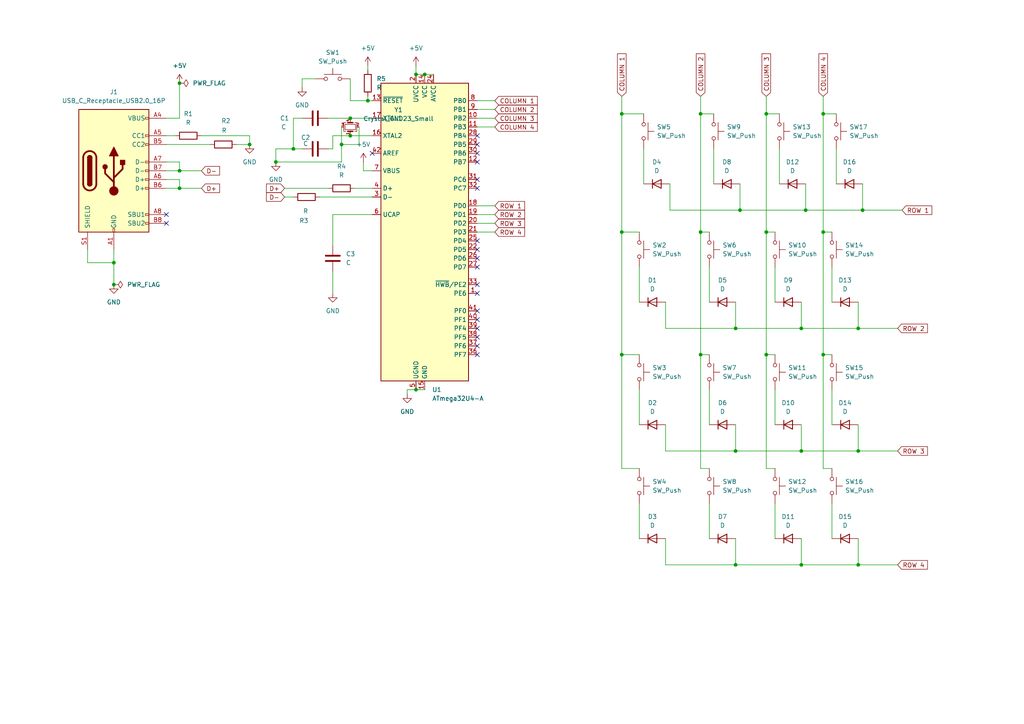
<source format=kicad_sch>
(kicad_sch
	(version 20250114)
	(generator "eeschema")
	(generator_version "9.0")
	(uuid "e41496ea-20a2-4eec-90f5-cec4be3f9865")
	(paper "A4")
	(title_block
		(title "Macropad 4X4")
		(date "12/06/25")
		(company "Joel Paul Laiju Project")
	)
	(lib_symbols
		(symbol "Connector:USB_C_Receptacle_USB2.0_16P"
			(pin_names
				(offset 1.016)
			)
			(exclude_from_sim no)
			(in_bom yes)
			(on_board yes)
			(property "Reference" "J"
				(at 0 22.225 0)
				(effects
					(font
						(size 1.27 1.27)
					)
				)
			)
			(property "Value" "USB_C_Receptacle_USB2.0_16P"
				(at 0 19.685 0)
				(effects
					(font
						(size 1.27 1.27)
					)
				)
			)
			(property "Footprint" ""
				(at 3.81 0 0)
				(effects
					(font
						(size 1.27 1.27)
					)
					(hide yes)
				)
			)
			(property "Datasheet" "https://www.usb.org/sites/default/files/documents/usb_type-c.zip"
				(at 3.81 0 0)
				(effects
					(font
						(size 1.27 1.27)
					)
					(hide yes)
				)
			)
			(property "Description" "USB 2.0-only 16P Type-C Receptacle connector"
				(at 0 0 0)
				(effects
					(font
						(size 1.27 1.27)
					)
					(hide yes)
				)
			)
			(property "ki_keywords" "usb universal serial bus type-C USB2.0"
				(at 0 0 0)
				(effects
					(font
						(size 1.27 1.27)
					)
					(hide yes)
				)
			)
			(property "ki_fp_filters" "USB*C*Receptacle*"
				(at 0 0 0)
				(effects
					(font
						(size 1.27 1.27)
					)
					(hide yes)
				)
			)
			(symbol "USB_C_Receptacle_USB2.0_16P_0_0"
				(rectangle
					(start -0.254 -17.78)
					(end 0.254 -16.764)
					(stroke
						(width 0)
						(type default)
					)
					(fill
						(type none)
					)
				)
				(rectangle
					(start 10.16 15.494)
					(end 9.144 14.986)
					(stroke
						(width 0)
						(type default)
					)
					(fill
						(type none)
					)
				)
				(rectangle
					(start 10.16 10.414)
					(end 9.144 9.906)
					(stroke
						(width 0)
						(type default)
					)
					(fill
						(type none)
					)
				)
				(rectangle
					(start 10.16 7.874)
					(end 9.144 7.366)
					(stroke
						(width 0)
						(type default)
					)
					(fill
						(type none)
					)
				)
				(rectangle
					(start 10.16 2.794)
					(end 9.144 2.286)
					(stroke
						(width 0)
						(type default)
					)
					(fill
						(type none)
					)
				)
				(rectangle
					(start 10.16 0.254)
					(end 9.144 -0.254)
					(stroke
						(width 0)
						(type default)
					)
					(fill
						(type none)
					)
				)
				(rectangle
					(start 10.16 -2.286)
					(end 9.144 -2.794)
					(stroke
						(width 0)
						(type default)
					)
					(fill
						(type none)
					)
				)
				(rectangle
					(start 10.16 -4.826)
					(end 9.144 -5.334)
					(stroke
						(width 0)
						(type default)
					)
					(fill
						(type none)
					)
				)
				(rectangle
					(start 10.16 -12.446)
					(end 9.144 -12.954)
					(stroke
						(width 0)
						(type default)
					)
					(fill
						(type none)
					)
				)
				(rectangle
					(start 10.16 -14.986)
					(end 9.144 -15.494)
					(stroke
						(width 0)
						(type default)
					)
					(fill
						(type none)
					)
				)
			)
			(symbol "USB_C_Receptacle_USB2.0_16P_0_1"
				(rectangle
					(start -10.16 17.78)
					(end 10.16 -17.78)
					(stroke
						(width 0.254)
						(type default)
					)
					(fill
						(type background)
					)
				)
				(polyline
					(pts
						(xy -8.89 -3.81) (xy -8.89 3.81)
					)
					(stroke
						(width 0.508)
						(type default)
					)
					(fill
						(type none)
					)
				)
				(rectangle
					(start -7.62 -3.81)
					(end -6.35 3.81)
					(stroke
						(width 0.254)
						(type default)
					)
					(fill
						(type outline)
					)
				)
				(arc
					(start -7.62 3.81)
					(mid -6.985 4.4423)
					(end -6.35 3.81)
					(stroke
						(width 0.254)
						(type default)
					)
					(fill
						(type none)
					)
				)
				(arc
					(start -7.62 3.81)
					(mid -6.985 4.4423)
					(end -6.35 3.81)
					(stroke
						(width 0.254)
						(type default)
					)
					(fill
						(type outline)
					)
				)
				(arc
					(start -8.89 3.81)
					(mid -6.985 5.7067)
					(end -5.08 3.81)
					(stroke
						(width 0.508)
						(type default)
					)
					(fill
						(type none)
					)
				)
				(arc
					(start -5.08 -3.81)
					(mid -6.985 -5.7067)
					(end -8.89 -3.81)
					(stroke
						(width 0.508)
						(type default)
					)
					(fill
						(type none)
					)
				)
				(arc
					(start -6.35 -3.81)
					(mid -6.985 -4.4423)
					(end -7.62 -3.81)
					(stroke
						(width 0.254)
						(type default)
					)
					(fill
						(type none)
					)
				)
				(arc
					(start -6.35 -3.81)
					(mid -6.985 -4.4423)
					(end -7.62 -3.81)
					(stroke
						(width 0.254)
						(type default)
					)
					(fill
						(type outline)
					)
				)
				(polyline
					(pts
						(xy -5.08 3.81) (xy -5.08 -3.81)
					)
					(stroke
						(width 0.508)
						(type default)
					)
					(fill
						(type none)
					)
				)
				(circle
					(center -2.54 1.143)
					(radius 0.635)
					(stroke
						(width 0.254)
						(type default)
					)
					(fill
						(type outline)
					)
				)
				(polyline
					(pts
						(xy -1.27 4.318) (xy 0 6.858) (xy 1.27 4.318) (xy -1.27 4.318)
					)
					(stroke
						(width 0.254)
						(type default)
					)
					(fill
						(type outline)
					)
				)
				(polyline
					(pts
						(xy 0 -2.032) (xy 2.54 0.508) (xy 2.54 1.778)
					)
					(stroke
						(width 0.508)
						(type default)
					)
					(fill
						(type none)
					)
				)
				(polyline
					(pts
						(xy 0 -3.302) (xy -2.54 -0.762) (xy -2.54 0.508)
					)
					(stroke
						(width 0.508)
						(type default)
					)
					(fill
						(type none)
					)
				)
				(polyline
					(pts
						(xy 0 -5.842) (xy 0 4.318)
					)
					(stroke
						(width 0.508)
						(type default)
					)
					(fill
						(type none)
					)
				)
				(circle
					(center 0 -5.842)
					(radius 1.27)
					(stroke
						(width 0)
						(type default)
					)
					(fill
						(type outline)
					)
				)
				(rectangle
					(start 1.905 1.778)
					(end 3.175 3.048)
					(stroke
						(width 0.254)
						(type default)
					)
					(fill
						(type outline)
					)
				)
			)
			(symbol "USB_C_Receptacle_USB2.0_16P_1_1"
				(pin passive line
					(at -7.62 -22.86 90)
					(length 5.08)
					(name "SHIELD"
						(effects
							(font
								(size 1.27 1.27)
							)
						)
					)
					(number "S1"
						(effects
							(font
								(size 1.27 1.27)
							)
						)
					)
				)
				(pin passive line
					(at 0 -22.86 90)
					(length 5.08)
					(name "GND"
						(effects
							(font
								(size 1.27 1.27)
							)
						)
					)
					(number "A1"
						(effects
							(font
								(size 1.27 1.27)
							)
						)
					)
				)
				(pin passive line
					(at 0 -22.86 90)
					(length 5.08)
					(hide yes)
					(name "GND"
						(effects
							(font
								(size 1.27 1.27)
							)
						)
					)
					(number "A12"
						(effects
							(font
								(size 1.27 1.27)
							)
						)
					)
				)
				(pin passive line
					(at 0 -22.86 90)
					(length 5.08)
					(hide yes)
					(name "GND"
						(effects
							(font
								(size 1.27 1.27)
							)
						)
					)
					(number "B1"
						(effects
							(font
								(size 1.27 1.27)
							)
						)
					)
				)
				(pin passive line
					(at 0 -22.86 90)
					(length 5.08)
					(hide yes)
					(name "GND"
						(effects
							(font
								(size 1.27 1.27)
							)
						)
					)
					(number "B12"
						(effects
							(font
								(size 1.27 1.27)
							)
						)
					)
				)
				(pin passive line
					(at 15.24 15.24 180)
					(length 5.08)
					(name "VBUS"
						(effects
							(font
								(size 1.27 1.27)
							)
						)
					)
					(number "A4"
						(effects
							(font
								(size 1.27 1.27)
							)
						)
					)
				)
				(pin passive line
					(at 15.24 15.24 180)
					(length 5.08)
					(hide yes)
					(name "VBUS"
						(effects
							(font
								(size 1.27 1.27)
							)
						)
					)
					(number "A9"
						(effects
							(font
								(size 1.27 1.27)
							)
						)
					)
				)
				(pin passive line
					(at 15.24 15.24 180)
					(length 5.08)
					(hide yes)
					(name "VBUS"
						(effects
							(font
								(size 1.27 1.27)
							)
						)
					)
					(number "B4"
						(effects
							(font
								(size 1.27 1.27)
							)
						)
					)
				)
				(pin passive line
					(at 15.24 15.24 180)
					(length 5.08)
					(hide yes)
					(name "VBUS"
						(effects
							(font
								(size 1.27 1.27)
							)
						)
					)
					(number "B9"
						(effects
							(font
								(size 1.27 1.27)
							)
						)
					)
				)
				(pin bidirectional line
					(at 15.24 10.16 180)
					(length 5.08)
					(name "CC1"
						(effects
							(font
								(size 1.27 1.27)
							)
						)
					)
					(number "A5"
						(effects
							(font
								(size 1.27 1.27)
							)
						)
					)
				)
				(pin bidirectional line
					(at 15.24 7.62 180)
					(length 5.08)
					(name "CC2"
						(effects
							(font
								(size 1.27 1.27)
							)
						)
					)
					(number "B5"
						(effects
							(font
								(size 1.27 1.27)
							)
						)
					)
				)
				(pin bidirectional line
					(at 15.24 2.54 180)
					(length 5.08)
					(name "D-"
						(effects
							(font
								(size 1.27 1.27)
							)
						)
					)
					(number "A7"
						(effects
							(font
								(size 1.27 1.27)
							)
						)
					)
				)
				(pin bidirectional line
					(at 15.24 0 180)
					(length 5.08)
					(name "D-"
						(effects
							(font
								(size 1.27 1.27)
							)
						)
					)
					(number "B7"
						(effects
							(font
								(size 1.27 1.27)
							)
						)
					)
				)
				(pin bidirectional line
					(at 15.24 -2.54 180)
					(length 5.08)
					(name "D+"
						(effects
							(font
								(size 1.27 1.27)
							)
						)
					)
					(number "A6"
						(effects
							(font
								(size 1.27 1.27)
							)
						)
					)
				)
				(pin bidirectional line
					(at 15.24 -5.08 180)
					(length 5.08)
					(name "D+"
						(effects
							(font
								(size 1.27 1.27)
							)
						)
					)
					(number "B6"
						(effects
							(font
								(size 1.27 1.27)
							)
						)
					)
				)
				(pin bidirectional line
					(at 15.24 -12.7 180)
					(length 5.08)
					(name "SBU1"
						(effects
							(font
								(size 1.27 1.27)
							)
						)
					)
					(number "A8"
						(effects
							(font
								(size 1.27 1.27)
							)
						)
					)
				)
				(pin bidirectional line
					(at 15.24 -15.24 180)
					(length 5.08)
					(name "SBU2"
						(effects
							(font
								(size 1.27 1.27)
							)
						)
					)
					(number "B8"
						(effects
							(font
								(size 1.27 1.27)
							)
						)
					)
				)
			)
			(embedded_fonts no)
		)
		(symbol "Device:C"
			(pin_numbers
				(hide yes)
			)
			(pin_names
				(offset 0.254)
			)
			(exclude_from_sim no)
			(in_bom yes)
			(on_board yes)
			(property "Reference" "C"
				(at 0.635 2.54 0)
				(effects
					(font
						(size 1.27 1.27)
					)
					(justify left)
				)
			)
			(property "Value" "C"
				(at 0.635 -2.54 0)
				(effects
					(font
						(size 1.27 1.27)
					)
					(justify left)
				)
			)
			(property "Footprint" ""
				(at 0.9652 -3.81 0)
				(effects
					(font
						(size 1.27 1.27)
					)
					(hide yes)
				)
			)
			(property "Datasheet" "~"
				(at 0 0 0)
				(effects
					(font
						(size 1.27 1.27)
					)
					(hide yes)
				)
			)
			(property "Description" "Unpolarized capacitor"
				(at 0 0 0)
				(effects
					(font
						(size 1.27 1.27)
					)
					(hide yes)
				)
			)
			(property "ki_keywords" "cap capacitor"
				(at 0 0 0)
				(effects
					(font
						(size 1.27 1.27)
					)
					(hide yes)
				)
			)
			(property "ki_fp_filters" "C_*"
				(at 0 0 0)
				(effects
					(font
						(size 1.27 1.27)
					)
					(hide yes)
				)
			)
			(symbol "C_0_1"
				(polyline
					(pts
						(xy -2.032 0.762) (xy 2.032 0.762)
					)
					(stroke
						(width 0.508)
						(type default)
					)
					(fill
						(type none)
					)
				)
				(polyline
					(pts
						(xy -2.032 -0.762) (xy 2.032 -0.762)
					)
					(stroke
						(width 0.508)
						(type default)
					)
					(fill
						(type none)
					)
				)
			)
			(symbol "C_1_1"
				(pin passive line
					(at 0 3.81 270)
					(length 2.794)
					(name "~"
						(effects
							(font
								(size 1.27 1.27)
							)
						)
					)
					(number "1"
						(effects
							(font
								(size 1.27 1.27)
							)
						)
					)
				)
				(pin passive line
					(at 0 -3.81 90)
					(length 2.794)
					(name "~"
						(effects
							(font
								(size 1.27 1.27)
							)
						)
					)
					(number "2"
						(effects
							(font
								(size 1.27 1.27)
							)
						)
					)
				)
			)
			(embedded_fonts no)
		)
		(symbol "Device:Crystal_GND23_Small"
			(pin_names
				(offset 1.016)
				(hide yes)
			)
			(exclude_from_sim no)
			(in_bom yes)
			(on_board yes)
			(property "Reference" "Y"
				(at 1.27 4.445 0)
				(effects
					(font
						(size 1.27 1.27)
					)
					(justify left)
				)
			)
			(property "Value" "Crystal_GND23_Small"
				(at 1.27 2.54 0)
				(effects
					(font
						(size 1.27 1.27)
					)
					(justify left)
				)
			)
			(property "Footprint" ""
				(at 0 0 0)
				(effects
					(font
						(size 1.27 1.27)
					)
					(hide yes)
				)
			)
			(property "Datasheet" "~"
				(at 0 0 0)
				(effects
					(font
						(size 1.27 1.27)
					)
					(hide yes)
				)
			)
			(property "Description" "Four pin crystal, GND on pins 2 and 3, small symbol"
				(at 0 0 0)
				(effects
					(font
						(size 1.27 1.27)
					)
					(hide yes)
				)
			)
			(property "ki_keywords" "quartz ceramic resonator oscillator"
				(at 0 0 0)
				(effects
					(font
						(size 1.27 1.27)
					)
					(hide yes)
				)
			)
			(property "ki_fp_filters" "Crystal*"
				(at 0 0 0)
				(effects
					(font
						(size 1.27 1.27)
					)
					(hide yes)
				)
			)
			(symbol "Crystal_GND23_Small_0_1"
				(polyline
					(pts
						(xy -1.27 1.27) (xy -1.27 1.905) (xy 1.27 1.905) (xy 1.27 1.27)
					)
					(stroke
						(width 0)
						(type default)
					)
					(fill
						(type none)
					)
				)
				(polyline
					(pts
						(xy -1.27 -0.762) (xy -1.27 0.762)
					)
					(stroke
						(width 0.381)
						(type default)
					)
					(fill
						(type none)
					)
				)
				(polyline
					(pts
						(xy -1.27 -1.27) (xy -1.27 -1.905) (xy 1.27 -1.905) (xy 1.27 -1.27)
					)
					(stroke
						(width 0)
						(type default)
					)
					(fill
						(type none)
					)
				)
				(rectangle
					(start -0.762 -1.524)
					(end 0.762 1.524)
					(stroke
						(width 0)
						(type default)
					)
					(fill
						(type none)
					)
				)
				(polyline
					(pts
						(xy 1.27 -0.762) (xy 1.27 0.762)
					)
					(stroke
						(width 0.381)
						(type default)
					)
					(fill
						(type none)
					)
				)
			)
			(symbol "Crystal_GND23_Small_1_1"
				(pin passive line
					(at -2.54 0 0)
					(length 1.27)
					(name "1"
						(effects
							(font
								(size 1.27 1.27)
							)
						)
					)
					(number "1"
						(effects
							(font
								(size 0.762 0.762)
							)
						)
					)
				)
				(pin passive line
					(at 0 2.54 270)
					(length 0.635)
					(name "3"
						(effects
							(font
								(size 1.27 1.27)
							)
						)
					)
					(number "3"
						(effects
							(font
								(size 0.762 0.762)
							)
						)
					)
				)
				(pin passive line
					(at 0 -2.54 90)
					(length 0.635)
					(name "2"
						(effects
							(font
								(size 1.27 1.27)
							)
						)
					)
					(number "2"
						(effects
							(font
								(size 0.762 0.762)
							)
						)
					)
				)
				(pin passive line
					(at 2.54 0 180)
					(length 1.27)
					(name "4"
						(effects
							(font
								(size 1.27 1.27)
							)
						)
					)
					(number "4"
						(effects
							(font
								(size 0.762 0.762)
							)
						)
					)
				)
			)
			(embedded_fonts no)
		)
		(symbol "Device:D"
			(pin_numbers
				(hide yes)
			)
			(pin_names
				(offset 1.016)
				(hide yes)
			)
			(exclude_from_sim no)
			(in_bom yes)
			(on_board yes)
			(property "Reference" "D"
				(at 0 2.54 0)
				(effects
					(font
						(size 1.27 1.27)
					)
				)
			)
			(property "Value" "D"
				(at 0 -2.54 0)
				(effects
					(font
						(size 1.27 1.27)
					)
				)
			)
			(property "Footprint" ""
				(at 0 0 0)
				(effects
					(font
						(size 1.27 1.27)
					)
					(hide yes)
				)
			)
			(property "Datasheet" "~"
				(at 0 0 0)
				(effects
					(font
						(size 1.27 1.27)
					)
					(hide yes)
				)
			)
			(property "Description" "Diode"
				(at 0 0 0)
				(effects
					(font
						(size 1.27 1.27)
					)
					(hide yes)
				)
			)
			(property "Sim.Device" "D"
				(at 0 0 0)
				(effects
					(font
						(size 1.27 1.27)
					)
					(hide yes)
				)
			)
			(property "Sim.Pins" "1=K 2=A"
				(at 0 0 0)
				(effects
					(font
						(size 1.27 1.27)
					)
					(hide yes)
				)
			)
			(property "ki_keywords" "diode"
				(at 0 0 0)
				(effects
					(font
						(size 1.27 1.27)
					)
					(hide yes)
				)
			)
			(property "ki_fp_filters" "TO-???* *_Diode_* *SingleDiode* D_*"
				(at 0 0 0)
				(effects
					(font
						(size 1.27 1.27)
					)
					(hide yes)
				)
			)
			(symbol "D_0_1"
				(polyline
					(pts
						(xy -1.27 1.27) (xy -1.27 -1.27)
					)
					(stroke
						(width 0.254)
						(type default)
					)
					(fill
						(type none)
					)
				)
				(polyline
					(pts
						(xy 1.27 1.27) (xy 1.27 -1.27) (xy -1.27 0) (xy 1.27 1.27)
					)
					(stroke
						(width 0.254)
						(type default)
					)
					(fill
						(type none)
					)
				)
				(polyline
					(pts
						(xy 1.27 0) (xy -1.27 0)
					)
					(stroke
						(width 0)
						(type default)
					)
					(fill
						(type none)
					)
				)
			)
			(symbol "D_1_1"
				(pin passive line
					(at -3.81 0 0)
					(length 2.54)
					(name "K"
						(effects
							(font
								(size 1.27 1.27)
							)
						)
					)
					(number "1"
						(effects
							(font
								(size 1.27 1.27)
							)
						)
					)
				)
				(pin passive line
					(at 3.81 0 180)
					(length 2.54)
					(name "A"
						(effects
							(font
								(size 1.27 1.27)
							)
						)
					)
					(number "2"
						(effects
							(font
								(size 1.27 1.27)
							)
						)
					)
				)
			)
			(embedded_fonts no)
		)
		(symbol "Device:R"
			(pin_numbers
				(hide yes)
			)
			(pin_names
				(offset 0)
			)
			(exclude_from_sim no)
			(in_bom yes)
			(on_board yes)
			(property "Reference" "R"
				(at 2.032 0 90)
				(effects
					(font
						(size 1.27 1.27)
					)
				)
			)
			(property "Value" "R"
				(at 0 0 90)
				(effects
					(font
						(size 1.27 1.27)
					)
				)
			)
			(property "Footprint" ""
				(at -1.778 0 90)
				(effects
					(font
						(size 1.27 1.27)
					)
					(hide yes)
				)
			)
			(property "Datasheet" "~"
				(at 0 0 0)
				(effects
					(font
						(size 1.27 1.27)
					)
					(hide yes)
				)
			)
			(property "Description" "Resistor"
				(at 0 0 0)
				(effects
					(font
						(size 1.27 1.27)
					)
					(hide yes)
				)
			)
			(property "ki_keywords" "R res resistor"
				(at 0 0 0)
				(effects
					(font
						(size 1.27 1.27)
					)
					(hide yes)
				)
			)
			(property "ki_fp_filters" "R_*"
				(at 0 0 0)
				(effects
					(font
						(size 1.27 1.27)
					)
					(hide yes)
				)
			)
			(symbol "R_0_1"
				(rectangle
					(start -1.016 -2.54)
					(end 1.016 2.54)
					(stroke
						(width 0.254)
						(type default)
					)
					(fill
						(type none)
					)
				)
			)
			(symbol "R_1_1"
				(pin passive line
					(at 0 3.81 270)
					(length 1.27)
					(name "~"
						(effects
							(font
								(size 1.27 1.27)
							)
						)
					)
					(number "1"
						(effects
							(font
								(size 1.27 1.27)
							)
						)
					)
				)
				(pin passive line
					(at 0 -3.81 90)
					(length 1.27)
					(name "~"
						(effects
							(font
								(size 1.27 1.27)
							)
						)
					)
					(number "2"
						(effects
							(font
								(size 1.27 1.27)
							)
						)
					)
				)
			)
			(embedded_fonts no)
		)
		(symbol "MCU_Microchip_ATmega:ATmega32U4-A"
			(exclude_from_sim no)
			(in_bom yes)
			(on_board yes)
			(property "Reference" "U"
				(at -12.7 44.45 0)
				(effects
					(font
						(size 1.27 1.27)
					)
					(justify left bottom)
				)
			)
			(property "Value" "ATmega32U4-A"
				(at 2.54 -44.45 0)
				(effects
					(font
						(size 1.27 1.27)
					)
					(justify left top)
				)
			)
			(property "Footprint" "Package_QFP:TQFP-44_10x10mm_P0.8mm"
				(at 0 0 0)
				(effects
					(font
						(size 1.27 1.27)
						(italic yes)
					)
					(hide yes)
				)
			)
			(property "Datasheet" "http://ww1.microchip.com/downloads/en/DeviceDoc/Atmel-7766-8-bit-AVR-ATmega16U4-32U4_Datasheet.pdf"
				(at 0 0 0)
				(effects
					(font
						(size 1.27 1.27)
					)
					(hide yes)
				)
			)
			(property "Description" "16MHz, 32kB Flash, 2.5kB SRAM, 1kB EEPROM, USB 2.0, TQFP-44"
				(at 0 0 0)
				(effects
					(font
						(size 1.27 1.27)
					)
					(hide yes)
				)
			)
			(property "ki_keywords" "AVR 8bit Microcontroller MegaAVR USB"
				(at 0 0 0)
				(effects
					(font
						(size 1.27 1.27)
					)
					(hide yes)
				)
			)
			(property "ki_fp_filters" "TQFP*10x10mm*P0.8mm*"
				(at 0 0 0)
				(effects
					(font
						(size 1.27 1.27)
					)
					(hide yes)
				)
			)
			(symbol "ATmega32U4-A_0_1"
				(rectangle
					(start -12.7 -43.18)
					(end 12.7 43.18)
					(stroke
						(width 0.254)
						(type default)
					)
					(fill
						(type background)
					)
				)
			)
			(symbol "ATmega32U4-A_1_1"
				(pin input line
					(at -15.24 38.1 0)
					(length 2.54)
					(name "~{RESET}"
						(effects
							(font
								(size 1.27 1.27)
							)
						)
					)
					(number "13"
						(effects
							(font
								(size 1.27 1.27)
							)
						)
					)
				)
				(pin input line
					(at -15.24 33.02 0)
					(length 2.54)
					(name "XTAL1"
						(effects
							(font
								(size 1.27 1.27)
							)
						)
					)
					(number "17"
						(effects
							(font
								(size 1.27 1.27)
							)
						)
					)
				)
				(pin output line
					(at -15.24 27.94 0)
					(length 2.54)
					(name "XTAL2"
						(effects
							(font
								(size 1.27 1.27)
							)
						)
					)
					(number "16"
						(effects
							(font
								(size 1.27 1.27)
							)
						)
					)
				)
				(pin passive line
					(at -15.24 22.86 0)
					(length 2.54)
					(name "AREF"
						(effects
							(font
								(size 1.27 1.27)
							)
						)
					)
					(number "42"
						(effects
							(font
								(size 1.27 1.27)
							)
						)
					)
				)
				(pin input line
					(at -15.24 17.78 0)
					(length 2.54)
					(name "VBUS"
						(effects
							(font
								(size 1.27 1.27)
							)
						)
					)
					(number "7"
						(effects
							(font
								(size 1.27 1.27)
							)
						)
					)
				)
				(pin bidirectional line
					(at -15.24 12.7 0)
					(length 2.54)
					(name "D+"
						(effects
							(font
								(size 1.27 1.27)
							)
						)
					)
					(number "4"
						(effects
							(font
								(size 1.27 1.27)
							)
						)
					)
				)
				(pin bidirectional line
					(at -15.24 10.16 0)
					(length 2.54)
					(name "D-"
						(effects
							(font
								(size 1.27 1.27)
							)
						)
					)
					(number "3"
						(effects
							(font
								(size 1.27 1.27)
							)
						)
					)
				)
				(pin passive line
					(at -15.24 5.08 0)
					(length 2.54)
					(name "UCAP"
						(effects
							(font
								(size 1.27 1.27)
							)
						)
					)
					(number "6"
						(effects
							(font
								(size 1.27 1.27)
							)
						)
					)
				)
				(pin power_in line
					(at -2.54 45.72 270)
					(length 2.54)
					(name "UVCC"
						(effects
							(font
								(size 1.27 1.27)
							)
						)
					)
					(number "2"
						(effects
							(font
								(size 1.27 1.27)
							)
						)
					)
				)
				(pin passive line
					(at -2.54 -45.72 90)
					(length 2.54)
					(name "UGND"
						(effects
							(font
								(size 1.27 1.27)
							)
						)
					)
					(number "5"
						(effects
							(font
								(size 1.27 1.27)
							)
						)
					)
				)
				(pin power_in line
					(at 0 45.72 270)
					(length 2.54)
					(name "VCC"
						(effects
							(font
								(size 1.27 1.27)
							)
						)
					)
					(number "14"
						(effects
							(font
								(size 1.27 1.27)
							)
						)
					)
				)
				(pin passive line
					(at 0 45.72 270)
					(length 2.54)
					(hide yes)
					(name "VCC"
						(effects
							(font
								(size 1.27 1.27)
							)
						)
					)
					(number "34"
						(effects
							(font
								(size 1.27 1.27)
							)
						)
					)
				)
				(pin power_in line
					(at 0 -45.72 90)
					(length 2.54)
					(name "GND"
						(effects
							(font
								(size 1.27 1.27)
							)
						)
					)
					(number "15"
						(effects
							(font
								(size 1.27 1.27)
							)
						)
					)
				)
				(pin passive line
					(at 0 -45.72 90)
					(length 2.54)
					(hide yes)
					(name "GND"
						(effects
							(font
								(size 1.27 1.27)
							)
						)
					)
					(number "23"
						(effects
							(font
								(size 1.27 1.27)
							)
						)
					)
				)
				(pin passive line
					(at 0 -45.72 90)
					(length 2.54)
					(hide yes)
					(name "GND"
						(effects
							(font
								(size 1.27 1.27)
							)
						)
					)
					(number "35"
						(effects
							(font
								(size 1.27 1.27)
							)
						)
					)
				)
				(pin passive line
					(at 0 -45.72 90)
					(length 2.54)
					(hide yes)
					(name "GND"
						(effects
							(font
								(size 1.27 1.27)
							)
						)
					)
					(number "43"
						(effects
							(font
								(size 1.27 1.27)
							)
						)
					)
				)
				(pin power_in line
					(at 2.54 45.72 270)
					(length 2.54)
					(name "AVCC"
						(effects
							(font
								(size 1.27 1.27)
							)
						)
					)
					(number "24"
						(effects
							(font
								(size 1.27 1.27)
							)
						)
					)
				)
				(pin passive line
					(at 2.54 45.72 270)
					(length 2.54)
					(hide yes)
					(name "AVCC"
						(effects
							(font
								(size 1.27 1.27)
							)
						)
					)
					(number "44"
						(effects
							(font
								(size 1.27 1.27)
							)
						)
					)
				)
				(pin bidirectional line
					(at 15.24 38.1 180)
					(length 2.54)
					(name "PB0"
						(effects
							(font
								(size 1.27 1.27)
							)
						)
					)
					(number "8"
						(effects
							(font
								(size 1.27 1.27)
							)
						)
					)
				)
				(pin bidirectional line
					(at 15.24 35.56 180)
					(length 2.54)
					(name "PB1"
						(effects
							(font
								(size 1.27 1.27)
							)
						)
					)
					(number "9"
						(effects
							(font
								(size 1.27 1.27)
							)
						)
					)
				)
				(pin bidirectional line
					(at 15.24 33.02 180)
					(length 2.54)
					(name "PB2"
						(effects
							(font
								(size 1.27 1.27)
							)
						)
					)
					(number "10"
						(effects
							(font
								(size 1.27 1.27)
							)
						)
					)
				)
				(pin bidirectional line
					(at 15.24 30.48 180)
					(length 2.54)
					(name "PB3"
						(effects
							(font
								(size 1.27 1.27)
							)
						)
					)
					(number "11"
						(effects
							(font
								(size 1.27 1.27)
							)
						)
					)
				)
				(pin bidirectional line
					(at 15.24 27.94 180)
					(length 2.54)
					(name "PB4"
						(effects
							(font
								(size 1.27 1.27)
							)
						)
					)
					(number "28"
						(effects
							(font
								(size 1.27 1.27)
							)
						)
					)
				)
				(pin bidirectional line
					(at 15.24 25.4 180)
					(length 2.54)
					(name "PB5"
						(effects
							(font
								(size 1.27 1.27)
							)
						)
					)
					(number "29"
						(effects
							(font
								(size 1.27 1.27)
							)
						)
					)
				)
				(pin bidirectional line
					(at 15.24 22.86 180)
					(length 2.54)
					(name "PB6"
						(effects
							(font
								(size 1.27 1.27)
							)
						)
					)
					(number "30"
						(effects
							(font
								(size 1.27 1.27)
							)
						)
					)
				)
				(pin bidirectional line
					(at 15.24 20.32 180)
					(length 2.54)
					(name "PB7"
						(effects
							(font
								(size 1.27 1.27)
							)
						)
					)
					(number "12"
						(effects
							(font
								(size 1.27 1.27)
							)
						)
					)
				)
				(pin bidirectional line
					(at 15.24 15.24 180)
					(length 2.54)
					(name "PC6"
						(effects
							(font
								(size 1.27 1.27)
							)
						)
					)
					(number "31"
						(effects
							(font
								(size 1.27 1.27)
							)
						)
					)
				)
				(pin bidirectional line
					(at 15.24 12.7 180)
					(length 2.54)
					(name "PC7"
						(effects
							(font
								(size 1.27 1.27)
							)
						)
					)
					(number "32"
						(effects
							(font
								(size 1.27 1.27)
							)
						)
					)
				)
				(pin bidirectional line
					(at 15.24 7.62 180)
					(length 2.54)
					(name "PD0"
						(effects
							(font
								(size 1.27 1.27)
							)
						)
					)
					(number "18"
						(effects
							(font
								(size 1.27 1.27)
							)
						)
					)
				)
				(pin bidirectional line
					(at 15.24 5.08 180)
					(length 2.54)
					(name "PD1"
						(effects
							(font
								(size 1.27 1.27)
							)
						)
					)
					(number "19"
						(effects
							(font
								(size 1.27 1.27)
							)
						)
					)
				)
				(pin bidirectional line
					(at 15.24 2.54 180)
					(length 2.54)
					(name "PD2"
						(effects
							(font
								(size 1.27 1.27)
							)
						)
					)
					(number "20"
						(effects
							(font
								(size 1.27 1.27)
							)
						)
					)
				)
				(pin bidirectional line
					(at 15.24 0 180)
					(length 2.54)
					(name "PD3"
						(effects
							(font
								(size 1.27 1.27)
							)
						)
					)
					(number "21"
						(effects
							(font
								(size 1.27 1.27)
							)
						)
					)
				)
				(pin bidirectional line
					(at 15.24 -2.54 180)
					(length 2.54)
					(name "PD4"
						(effects
							(font
								(size 1.27 1.27)
							)
						)
					)
					(number "25"
						(effects
							(font
								(size 1.27 1.27)
							)
						)
					)
				)
				(pin bidirectional line
					(at 15.24 -5.08 180)
					(length 2.54)
					(name "PD5"
						(effects
							(font
								(size 1.27 1.27)
							)
						)
					)
					(number "22"
						(effects
							(font
								(size 1.27 1.27)
							)
						)
					)
				)
				(pin bidirectional line
					(at 15.24 -7.62 180)
					(length 2.54)
					(name "PD6"
						(effects
							(font
								(size 1.27 1.27)
							)
						)
					)
					(number "26"
						(effects
							(font
								(size 1.27 1.27)
							)
						)
					)
				)
				(pin bidirectional line
					(at 15.24 -10.16 180)
					(length 2.54)
					(name "PD7"
						(effects
							(font
								(size 1.27 1.27)
							)
						)
					)
					(number "27"
						(effects
							(font
								(size 1.27 1.27)
							)
						)
					)
				)
				(pin bidirectional line
					(at 15.24 -15.24 180)
					(length 2.54)
					(name "~{HWB}/PE2"
						(effects
							(font
								(size 1.27 1.27)
							)
						)
					)
					(number "33"
						(effects
							(font
								(size 1.27 1.27)
							)
						)
					)
				)
				(pin bidirectional line
					(at 15.24 -17.78 180)
					(length 2.54)
					(name "PE6"
						(effects
							(font
								(size 1.27 1.27)
							)
						)
					)
					(number "1"
						(effects
							(font
								(size 1.27 1.27)
							)
						)
					)
				)
				(pin bidirectional line
					(at 15.24 -22.86 180)
					(length 2.54)
					(name "PF0"
						(effects
							(font
								(size 1.27 1.27)
							)
						)
					)
					(number "41"
						(effects
							(font
								(size 1.27 1.27)
							)
						)
					)
				)
				(pin bidirectional line
					(at 15.24 -25.4 180)
					(length 2.54)
					(name "PF1"
						(effects
							(font
								(size 1.27 1.27)
							)
						)
					)
					(number "40"
						(effects
							(font
								(size 1.27 1.27)
							)
						)
					)
				)
				(pin bidirectional line
					(at 15.24 -27.94 180)
					(length 2.54)
					(name "PF4"
						(effects
							(font
								(size 1.27 1.27)
							)
						)
					)
					(number "39"
						(effects
							(font
								(size 1.27 1.27)
							)
						)
					)
				)
				(pin bidirectional line
					(at 15.24 -30.48 180)
					(length 2.54)
					(name "PF5"
						(effects
							(font
								(size 1.27 1.27)
							)
						)
					)
					(number "38"
						(effects
							(font
								(size 1.27 1.27)
							)
						)
					)
				)
				(pin bidirectional line
					(at 15.24 -33.02 180)
					(length 2.54)
					(name "PF6"
						(effects
							(font
								(size 1.27 1.27)
							)
						)
					)
					(number "37"
						(effects
							(font
								(size 1.27 1.27)
							)
						)
					)
				)
				(pin bidirectional line
					(at 15.24 -35.56 180)
					(length 2.54)
					(name "PF7"
						(effects
							(font
								(size 1.27 1.27)
							)
						)
					)
					(number "36"
						(effects
							(font
								(size 1.27 1.27)
							)
						)
					)
				)
			)
			(embedded_fonts no)
		)
		(symbol "Switch:SW_Push"
			(pin_numbers
				(hide yes)
			)
			(pin_names
				(offset 1.016)
				(hide yes)
			)
			(exclude_from_sim no)
			(in_bom yes)
			(on_board yes)
			(property "Reference" "SW"
				(at 1.27 2.54 0)
				(effects
					(font
						(size 1.27 1.27)
					)
					(justify left)
				)
			)
			(property "Value" "SW_Push"
				(at 0 -1.524 0)
				(effects
					(font
						(size 1.27 1.27)
					)
				)
			)
			(property "Footprint" ""
				(at 0 5.08 0)
				(effects
					(font
						(size 1.27 1.27)
					)
					(hide yes)
				)
			)
			(property "Datasheet" "~"
				(at 0 5.08 0)
				(effects
					(font
						(size 1.27 1.27)
					)
					(hide yes)
				)
			)
			(property "Description" "Push button switch, generic, two pins"
				(at 0 0 0)
				(effects
					(font
						(size 1.27 1.27)
					)
					(hide yes)
				)
			)
			(property "ki_keywords" "switch normally-open pushbutton push-button"
				(at 0 0 0)
				(effects
					(font
						(size 1.27 1.27)
					)
					(hide yes)
				)
			)
			(symbol "SW_Push_0_1"
				(circle
					(center -2.032 0)
					(radius 0.508)
					(stroke
						(width 0)
						(type default)
					)
					(fill
						(type none)
					)
				)
				(polyline
					(pts
						(xy 0 1.27) (xy 0 3.048)
					)
					(stroke
						(width 0)
						(type default)
					)
					(fill
						(type none)
					)
				)
				(circle
					(center 2.032 0)
					(radius 0.508)
					(stroke
						(width 0)
						(type default)
					)
					(fill
						(type none)
					)
				)
				(polyline
					(pts
						(xy 2.54 1.27) (xy -2.54 1.27)
					)
					(stroke
						(width 0)
						(type default)
					)
					(fill
						(type none)
					)
				)
				(pin passive line
					(at -5.08 0 0)
					(length 2.54)
					(name "1"
						(effects
							(font
								(size 1.27 1.27)
							)
						)
					)
					(number "1"
						(effects
							(font
								(size 1.27 1.27)
							)
						)
					)
				)
				(pin passive line
					(at 5.08 0 180)
					(length 2.54)
					(name "2"
						(effects
							(font
								(size 1.27 1.27)
							)
						)
					)
					(number "2"
						(effects
							(font
								(size 1.27 1.27)
							)
						)
					)
				)
			)
			(embedded_fonts no)
		)
		(symbol "power:+5V"
			(power)
			(pin_numbers
				(hide yes)
			)
			(pin_names
				(offset 0)
				(hide yes)
			)
			(exclude_from_sim no)
			(in_bom yes)
			(on_board yes)
			(property "Reference" "#PWR"
				(at 0 -3.81 0)
				(effects
					(font
						(size 1.27 1.27)
					)
					(hide yes)
				)
			)
			(property "Value" "+5V"
				(at 0 3.556 0)
				(effects
					(font
						(size 1.27 1.27)
					)
				)
			)
			(property "Footprint" ""
				(at 0 0 0)
				(effects
					(font
						(size 1.27 1.27)
					)
					(hide yes)
				)
			)
			(property "Datasheet" ""
				(at 0 0 0)
				(effects
					(font
						(size 1.27 1.27)
					)
					(hide yes)
				)
			)
			(property "Description" "Power symbol creates a global label with name \"+5V\""
				(at 0 0 0)
				(effects
					(font
						(size 1.27 1.27)
					)
					(hide yes)
				)
			)
			(property "ki_keywords" "global power"
				(at 0 0 0)
				(effects
					(font
						(size 1.27 1.27)
					)
					(hide yes)
				)
			)
			(symbol "+5V_0_1"
				(polyline
					(pts
						(xy -0.762 1.27) (xy 0 2.54)
					)
					(stroke
						(width 0)
						(type default)
					)
					(fill
						(type none)
					)
				)
				(polyline
					(pts
						(xy 0 2.54) (xy 0.762 1.27)
					)
					(stroke
						(width 0)
						(type default)
					)
					(fill
						(type none)
					)
				)
				(polyline
					(pts
						(xy 0 0) (xy 0 2.54)
					)
					(stroke
						(width 0)
						(type default)
					)
					(fill
						(type none)
					)
				)
			)
			(symbol "+5V_1_1"
				(pin power_in line
					(at 0 0 90)
					(length 0)
					(name "~"
						(effects
							(font
								(size 1.27 1.27)
							)
						)
					)
					(number "1"
						(effects
							(font
								(size 1.27 1.27)
							)
						)
					)
				)
			)
			(embedded_fonts no)
		)
		(symbol "power:GND"
			(power)
			(pin_numbers
				(hide yes)
			)
			(pin_names
				(offset 0)
				(hide yes)
			)
			(exclude_from_sim no)
			(in_bom yes)
			(on_board yes)
			(property "Reference" "#PWR"
				(at 0 -6.35 0)
				(effects
					(font
						(size 1.27 1.27)
					)
					(hide yes)
				)
			)
			(property "Value" "GND"
				(at 0 -3.81 0)
				(effects
					(font
						(size 1.27 1.27)
					)
				)
			)
			(property "Footprint" ""
				(at 0 0 0)
				(effects
					(font
						(size 1.27 1.27)
					)
					(hide yes)
				)
			)
			(property "Datasheet" ""
				(at 0 0 0)
				(effects
					(font
						(size 1.27 1.27)
					)
					(hide yes)
				)
			)
			(property "Description" "Power symbol creates a global label with name \"GND\" , ground"
				(at 0 0 0)
				(effects
					(font
						(size 1.27 1.27)
					)
					(hide yes)
				)
			)
			(property "ki_keywords" "global power"
				(at 0 0 0)
				(effects
					(font
						(size 1.27 1.27)
					)
					(hide yes)
				)
			)
			(symbol "GND_0_1"
				(polyline
					(pts
						(xy 0 0) (xy 0 -1.27) (xy 1.27 -1.27) (xy 0 -2.54) (xy -1.27 -1.27) (xy 0 -1.27)
					)
					(stroke
						(width 0)
						(type default)
					)
					(fill
						(type none)
					)
				)
			)
			(symbol "GND_1_1"
				(pin power_in line
					(at 0 0 270)
					(length 0)
					(name "~"
						(effects
							(font
								(size 1.27 1.27)
							)
						)
					)
					(number "1"
						(effects
							(font
								(size 1.27 1.27)
							)
						)
					)
				)
			)
			(embedded_fonts no)
		)
		(symbol "power:PWR_FLAG"
			(power)
			(pin_numbers
				(hide yes)
			)
			(pin_names
				(offset 0)
				(hide yes)
			)
			(exclude_from_sim no)
			(in_bom yes)
			(on_board yes)
			(property "Reference" "#FLG"
				(at 0 1.905 0)
				(effects
					(font
						(size 1.27 1.27)
					)
					(hide yes)
				)
			)
			(property "Value" "PWR_FLAG"
				(at 0 3.81 0)
				(effects
					(font
						(size 1.27 1.27)
					)
				)
			)
			(property "Footprint" ""
				(at 0 0 0)
				(effects
					(font
						(size 1.27 1.27)
					)
					(hide yes)
				)
			)
			(property "Datasheet" "~"
				(at 0 0 0)
				(effects
					(font
						(size 1.27 1.27)
					)
					(hide yes)
				)
			)
			(property "Description" "Special symbol for telling ERC where power comes from"
				(at 0 0 0)
				(effects
					(font
						(size 1.27 1.27)
					)
					(hide yes)
				)
			)
			(property "ki_keywords" "flag power"
				(at 0 0 0)
				(effects
					(font
						(size 1.27 1.27)
					)
					(hide yes)
				)
			)
			(symbol "PWR_FLAG_0_0"
				(pin power_out line
					(at 0 0 90)
					(length 0)
					(name "~"
						(effects
							(font
								(size 1.27 1.27)
							)
						)
					)
					(number "1"
						(effects
							(font
								(size 1.27 1.27)
							)
						)
					)
				)
			)
			(symbol "PWR_FLAG_0_1"
				(polyline
					(pts
						(xy 0 0) (xy 0 1.27) (xy -1.016 1.905) (xy 0 2.54) (xy 1.016 1.905) (xy 0 1.27)
					)
					(stroke
						(width 0)
						(type default)
					)
					(fill
						(type none)
					)
				)
			)
			(embedded_fonts no)
		)
	)
	(junction
		(at 180.34 67.31)
		(diameter 0)
		(color 0 0 0 0)
		(uuid "023c48b1-5704-4310-b6ba-475eda0b0876")
	)
	(junction
		(at 248.92 130.81)
		(diameter 0)
		(color 0 0 0 0)
		(uuid "08abee8e-913f-4a19-8e4b-aa6fe986fae7")
	)
	(junction
		(at 214.63 60.96)
		(diameter 0)
		(color 0 0 0 0)
		(uuid "0f5f8c03-7db8-4975-ac18-d13cf721ddd8")
	)
	(junction
		(at 203.2 67.31)
		(diameter 0)
		(color 0 0 0 0)
		(uuid "156c7e8a-9bb2-4c8b-8d07-1c86dcb12878")
	)
	(junction
		(at 85.09 43.18)
		(diameter 0)
		(color 0 0 0 0)
		(uuid "15b083fe-eb2e-4c29-8833-309069559efc")
	)
	(junction
		(at 248.92 95.25)
		(diameter 0)
		(color 0 0 0 0)
		(uuid "23d0be65-81cd-472a-8ec0-65428ea6b88c")
	)
	(junction
		(at 232.41 163.83)
		(diameter 0)
		(color 0 0 0 0)
		(uuid "27d57059-acc7-4a7c-a7f3-28a7f75c5440")
	)
	(junction
		(at 238.76 102.87)
		(diameter 0)
		(color 0 0 0 0)
		(uuid "2c026d82-f093-4cf9-836f-a377c7bf7fb0")
	)
	(junction
		(at 213.36 130.81)
		(diameter 0)
		(color 0 0 0 0)
		(uuid "3981056e-6529-41d6-8e52-0b112a650a77")
	)
	(junction
		(at 233.68 60.96)
		(diameter 0)
		(color 0 0 0 0)
		(uuid "3d3526a8-6082-4df9-a944-690d22ffc12f")
	)
	(junction
		(at 101.6 39.37)
		(diameter 0)
		(color 0 0 0 0)
		(uuid "44a0740a-9567-4255-ab69-1e39b939b383")
	)
	(junction
		(at 232.41 95.25)
		(diameter 0)
		(color 0 0 0 0)
		(uuid "4532606b-f811-4bbe-9e33-9bae009de5de")
	)
	(junction
		(at 213.36 95.25)
		(diameter 0)
		(color 0 0 0 0)
		(uuid "4539faca-9d25-4f6f-ada7-2ca514f4e899")
	)
	(junction
		(at 72.39 41.91)
		(diameter 0)
		(color 0 0 0 0)
		(uuid "4a5c37f4-19dd-47a9-a3f3-78d28d3a3e9f")
	)
	(junction
		(at 248.92 163.83)
		(diameter 0)
		(color 0 0 0 0)
		(uuid "5c3ff06b-3252-4353-8de9-e9dacf62187d")
	)
	(junction
		(at 222.25 33.02)
		(diameter 0)
		(color 0 0 0 0)
		(uuid "698a71fa-f409-4a28-9972-efcbe38adc71")
	)
	(junction
		(at 203.2 102.87)
		(diameter 0)
		(color 0 0 0 0)
		(uuid "6fa7e0cd-3aef-477c-9f41-8057130a6d3d")
	)
	(junction
		(at 222.25 67.31)
		(diameter 0)
		(color 0 0 0 0)
		(uuid "74befb9c-00b9-463d-9472-5b6142ef715f")
	)
	(junction
		(at 203.2 33.02)
		(diameter 0)
		(color 0 0 0 0)
		(uuid "7562250a-02dd-4a7b-b0fe-6b8d1f063f52")
	)
	(junction
		(at 120.65 113.03)
		(diameter 0)
		(color 0 0 0 0)
		(uuid "7a9ee629-3f79-4633-92c1-033a84905670")
	)
	(junction
		(at 250.19 60.96)
		(diameter 0)
		(color 0 0 0 0)
		(uuid "7da2cceb-0032-4c22-bdc6-2f2adb16616d")
	)
	(junction
		(at 232.41 130.81)
		(diameter 0)
		(color 0 0 0 0)
		(uuid "808a2854-6ba5-4c41-aaf8-db9dfa74ea8c")
	)
	(junction
		(at 52.07 49.53)
		(diameter 0)
		(color 0 0 0 0)
		(uuid "81cb42bf-123a-43f5-bb69-b87307288212")
	)
	(junction
		(at 123.19 21.59)
		(diameter 0)
		(color 0 0 0 0)
		(uuid "a13e9262-3953-44fb-86d2-55e80895a644")
	)
	(junction
		(at 180.34 33.02)
		(diameter 0)
		(color 0 0 0 0)
		(uuid "a871adea-803f-4cf4-9d5a-722b54b2401d")
	)
	(junction
		(at 80.01 46.99)
		(diameter 0)
		(color 0 0 0 0)
		(uuid "abb308fe-b343-46ba-9ff8-c99b4f683df6")
	)
	(junction
		(at 238.76 33.02)
		(diameter 0)
		(color 0 0 0 0)
		(uuid "ad9662dc-a7e2-4f2f-a1b0-3895b586e72e")
	)
	(junction
		(at 101.6 34.29)
		(diameter 0)
		(color 0 0 0 0)
		(uuid "b125f327-6399-43b7-8921-6058314ab158")
	)
	(junction
		(at 238.76 67.31)
		(diameter 0)
		(color 0 0 0 0)
		(uuid "baf770c4-0f75-45aa-a76d-cf1e1a87b835")
	)
	(junction
		(at 99.06 41.91)
		(diameter 0)
		(color 0 0 0 0)
		(uuid "bbc9eb42-9ac1-49be-b50f-e6de69fe39a1")
	)
	(junction
		(at 180.34 102.87)
		(diameter 0)
		(color 0 0 0 0)
		(uuid "bd0f36ad-2981-4c79-845f-e7b44df99e18")
	)
	(junction
		(at 120.65 21.59)
		(diameter 0)
		(color 0 0 0 0)
		(uuid "c332fe07-cc3d-43a4-8f16-ca1823e044b1")
	)
	(junction
		(at 33.02 76.2)
		(diameter 0)
		(color 0 0 0 0)
		(uuid "cd79977e-95d0-463c-b1f1-9aba262fa143")
	)
	(junction
		(at 52.07 54.61)
		(diameter 0)
		(color 0 0 0 0)
		(uuid "da42b9f6-3fa6-4371-b402-c3c6533d9d3e")
	)
	(junction
		(at 222.25 102.87)
		(diameter 0)
		(color 0 0 0 0)
		(uuid "f08dcf4b-e05c-4005-a84a-1ac837f62391")
	)
	(junction
		(at 106.68 29.21)
		(diameter 0)
		(color 0 0 0 0)
		(uuid "f670802c-50d0-470c-9022-1b978bcc224f")
	)
	(junction
		(at 52.07 24.13)
		(diameter 0)
		(color 0 0 0 0)
		(uuid "f839575d-c99e-4259-b191-6e9b69d1e4bf")
	)
	(junction
		(at 213.36 163.83)
		(diameter 0)
		(color 0 0 0 0)
		(uuid "fc937a9c-86a2-4b18-92ce-2df3b2ed31d2")
	)
	(junction
		(at 33.02 82.55)
		(diameter 0)
		(color 0 0 0 0)
		(uuid "fe345243-89c1-4c1f-96f2-833addccfb42")
	)
	(no_connect
		(at 138.43 85.09)
		(uuid "0f275d04-6072-4f84-b86f-a7c12555e976")
	)
	(no_connect
		(at 138.43 72.39)
		(uuid "1377ad7d-6712-44c7-8656-924075e4f2c5")
	)
	(no_connect
		(at 138.43 52.07)
		(uuid "1a762a9f-3f23-401a-8758-7774693dbb9d")
	)
	(no_connect
		(at 138.43 100.33)
		(uuid "1e166c0d-5f9e-4d9a-84c2-8a97928e52eb")
	)
	(no_connect
		(at 48.26 62.23)
		(uuid "2c8acd45-f659-4a97-973e-4e2ffbed3932")
	)
	(no_connect
		(at 138.43 97.79)
		(uuid "2ca2a684-26d6-4bbc-bd52-003b1b396887")
	)
	(no_connect
		(at 138.43 74.93)
		(uuid "4382cefd-eda8-4e8e-b603-8c9b143e2c3b")
	)
	(no_connect
		(at 138.43 82.55)
		(uuid "45858eb3-3891-4ec8-a337-52ac95a59dfe")
	)
	(no_connect
		(at 138.43 41.91)
		(uuid "737837a1-4b4b-4d4c-b4f3-6d1f1c473ba0")
	)
	(no_connect
		(at 138.43 46.99)
		(uuid "7f6f8363-52b2-4e57-a053-9d8b246a9316")
	)
	(no_connect
		(at 138.43 77.47)
		(uuid "968e5c36-4110-4bf9-bacf-b9c1939b9fc7")
	)
	(no_connect
		(at 138.43 90.17)
		(uuid "981ba488-30fe-4347-8b8f-e674fcc883fa")
	)
	(no_connect
		(at 48.26 64.77)
		(uuid "b5040bca-aed2-4199-b5ce-151519e7ed08")
	)
	(no_connect
		(at 138.43 39.37)
		(uuid "c14e3d46-bbef-46fe-aedb-bd49f61bb657")
	)
	(no_connect
		(at 138.43 95.25)
		(uuid "c19352f1-d1ec-47b5-b642-ddb309f8fc3d")
	)
	(no_connect
		(at 138.43 92.71)
		(uuid "c1b89b4b-9e98-4b8b-a4ca-130a628d0f13")
	)
	(no_connect
		(at 138.43 54.61)
		(uuid "d2ba6d3d-d13d-4591-b497-4dea274647f0")
	)
	(no_connect
		(at 107.95 44.45)
		(uuid "d56fb8ce-a471-4b84-a91c-ba5e04e8ae08")
	)
	(no_connect
		(at 138.43 69.85)
		(uuid "de80bef9-23d9-4915-9459-ae9bbfd54786")
	)
	(no_connect
		(at 138.43 44.45)
		(uuid "efaed01c-ccfe-485f-a851-94deb3d94e8b")
	)
	(no_connect
		(at 138.43 102.87)
		(uuid "f7232eb9-9795-4e29-b066-8da1fa082ada")
	)
	(wire
		(pts
			(xy 232.41 130.81) (xy 248.92 130.81)
		)
		(stroke
			(width 0)
			(type default)
		)
		(uuid "00eb39c8-d55d-4548-9647-6514dcc8597c")
	)
	(wire
		(pts
			(xy 48.26 52.07) (xy 52.07 52.07)
		)
		(stroke
			(width 0)
			(type default)
		)
		(uuid "0182b1ba-0842-4bf5-9437-9deb09d54072")
	)
	(wire
		(pts
			(xy 33.02 76.2) (xy 33.02 82.55)
		)
		(stroke
			(width 0)
			(type default)
		)
		(uuid "018c5369-858b-4ac5-861b-1ac159557112")
	)
	(wire
		(pts
			(xy 238.76 102.87) (xy 238.76 135.89)
		)
		(stroke
			(width 0)
			(type default)
		)
		(uuid "0698efba-27a6-4422-b117-bf56dd7ff69b")
	)
	(wire
		(pts
			(xy 138.43 64.77) (xy 143.51 64.77)
		)
		(stroke
			(width 0)
			(type default)
		)
		(uuid "08d86fe2-01b9-4332-958c-a570107e32e1")
	)
	(wire
		(pts
			(xy 238.76 102.87) (xy 241.3 102.87)
		)
		(stroke
			(width 0)
			(type default)
		)
		(uuid "0b1edb4f-00b6-4572-bd54-2f65cc388e45")
	)
	(wire
		(pts
			(xy 224.79 146.05) (xy 224.79 156.21)
		)
		(stroke
			(width 0)
			(type default)
		)
		(uuid "0c36d050-d6fa-4a80-89f6-763d1e07301e")
	)
	(wire
		(pts
			(xy 226.06 33.02) (xy 222.25 33.02)
		)
		(stroke
			(width 0)
			(type default)
		)
		(uuid "0e419e4d-006b-48e8-8c21-b2cc9579852d")
	)
	(wire
		(pts
			(xy 118.11 113.03) (xy 118.11 114.3)
		)
		(stroke
			(width 0)
			(type default)
		)
		(uuid "0fe1d1ba-6488-436b-8d85-4042df3ade13")
	)
	(wire
		(pts
			(xy 92.71 57.15) (xy 107.95 57.15)
		)
		(stroke
			(width 0)
			(type default)
		)
		(uuid "111ea17a-c157-49a4-87e8-d444f82922b4")
	)
	(wire
		(pts
			(xy 238.76 135.89) (xy 241.3 135.89)
		)
		(stroke
			(width 0)
			(type default)
		)
		(uuid "14119e60-b0dc-461a-8c47-7d5eee3863b9")
	)
	(wire
		(pts
			(xy 205.74 77.47) (xy 205.74 87.63)
		)
		(stroke
			(width 0)
			(type default)
		)
		(uuid "14deb57a-0714-4050-8c4f-ebaded44bb16")
	)
	(wire
		(pts
			(xy 193.04 156.21) (xy 193.04 163.83)
		)
		(stroke
			(width 0)
			(type default)
		)
		(uuid "14e3054d-8b27-4092-afd9-a68fbe45acb2")
	)
	(wire
		(pts
			(xy 123.19 21.59) (xy 125.73 21.59)
		)
		(stroke
			(width 0)
			(type default)
		)
		(uuid "1593bef5-62e3-4bff-a87e-bf788e694230")
	)
	(wire
		(pts
			(xy 99.06 41.91) (xy 99.06 46.99)
		)
		(stroke
			(width 0)
			(type default)
		)
		(uuid "159fd760-281a-4b04-abb2-7c0a8a77892d")
	)
	(wire
		(pts
			(xy 185.42 146.05) (xy 185.42 156.21)
		)
		(stroke
			(width 0)
			(type default)
		)
		(uuid "16834857-59e4-487b-8828-c6ef48f8549b")
	)
	(wire
		(pts
			(xy 33.02 72.39) (xy 33.02 76.2)
		)
		(stroke
			(width 0)
			(type default)
		)
		(uuid "184eb53e-574f-49cc-a763-97a4cb422e9a")
	)
	(wire
		(pts
			(xy 52.07 24.13) (xy 52.07 34.29)
		)
		(stroke
			(width 0)
			(type default)
		)
		(uuid "1aa7aee0-8905-48e0-80fb-34938afc48e8")
	)
	(wire
		(pts
			(xy 106.68 19.05) (xy 106.68 20.32)
		)
		(stroke
			(width 0)
			(type default)
		)
		(uuid "1ba28254-7eca-4734-a21a-e0aa30be2f08")
	)
	(wire
		(pts
			(xy 106.68 27.94) (xy 106.68 29.21)
		)
		(stroke
			(width 0)
			(type default)
		)
		(uuid "1d43c35b-a969-4c51-b2b8-992a6921e6ba")
	)
	(wire
		(pts
			(xy 96.52 78.74) (xy 96.52 85.09)
		)
		(stroke
			(width 0)
			(type default)
		)
		(uuid "1ddb4df8-9e3d-41fb-907f-8167befcc9b3")
	)
	(wire
		(pts
			(xy 222.25 102.87) (xy 222.25 135.89)
		)
		(stroke
			(width 0)
			(type default)
		)
		(uuid "1e1dbd9d-3c8a-4a48-8484-954e74d54267")
	)
	(wire
		(pts
			(xy 138.43 36.83) (xy 143.51 36.83)
		)
		(stroke
			(width 0)
			(type default)
		)
		(uuid "219444de-a7c2-472f-9efd-8ae84a1f1292")
	)
	(wire
		(pts
			(xy 52.07 54.61) (xy 58.42 54.61)
		)
		(stroke
			(width 0)
			(type default)
		)
		(uuid "222f4f81-0ccb-48cb-b116-e4d61622a078")
	)
	(wire
		(pts
			(xy 101.6 34.29) (xy 107.95 34.29)
		)
		(stroke
			(width 0)
			(type default)
		)
		(uuid "2325965e-7110-43c5-a1e9-affc810f5792")
	)
	(wire
		(pts
			(xy 222.25 67.31) (xy 222.25 102.87)
		)
		(stroke
			(width 0)
			(type default)
		)
		(uuid "26e538d6-c6cb-44a5-92ca-076ad273d452")
	)
	(wire
		(pts
			(xy 224.79 113.03) (xy 224.79 123.19)
		)
		(stroke
			(width 0)
			(type default)
		)
		(uuid "28cc7143-d1f8-4fb4-ae02-86258b2ba850")
	)
	(wire
		(pts
			(xy 180.34 27.94) (xy 180.34 33.02)
		)
		(stroke
			(width 0)
			(type default)
		)
		(uuid "29302cf0-ca14-4b6f-9dd1-310fb91b39e9")
	)
	(wire
		(pts
			(xy 180.34 67.31) (xy 185.42 67.31)
		)
		(stroke
			(width 0)
			(type default)
		)
		(uuid "2c3b9a23-f27c-4f93-8551-519dbbdb5ded")
	)
	(wire
		(pts
			(xy 107.95 49.53) (xy 105.41 49.53)
		)
		(stroke
			(width 0)
			(type default)
		)
		(uuid "2d6cacd9-774e-43cd-88d0-7457c187a9f3")
	)
	(wire
		(pts
			(xy 138.43 29.21) (xy 143.51 29.21)
		)
		(stroke
			(width 0)
			(type default)
		)
		(uuid "2f67330b-1414-42b6-adb9-ba95b4f1284d")
	)
	(wire
		(pts
			(xy 213.36 163.83) (xy 232.41 163.83)
		)
		(stroke
			(width 0)
			(type default)
		)
		(uuid "33d1ea48-fdba-43fa-bb3a-6d34279fdabf")
	)
	(wire
		(pts
			(xy 138.43 34.29) (xy 143.51 34.29)
		)
		(stroke
			(width 0)
			(type default)
		)
		(uuid "34fb718b-291c-47ea-91d8-b410d44fcd6d")
	)
	(wire
		(pts
			(xy 193.04 87.63) (xy 193.04 95.25)
		)
		(stroke
			(width 0)
			(type default)
		)
		(uuid "3522a614-15f8-4c6c-bcf0-5ba9a2b2fdec")
	)
	(wire
		(pts
			(xy 52.07 46.99) (xy 52.07 49.53)
		)
		(stroke
			(width 0)
			(type default)
		)
		(uuid "3a1c501d-127d-4000-985b-ab11144b5503")
	)
	(wire
		(pts
			(xy 242.57 33.02) (xy 238.76 33.02)
		)
		(stroke
			(width 0)
			(type default)
		)
		(uuid "3eb19d61-a53d-4e04-8266-b0c0a24301c9")
	)
	(wire
		(pts
			(xy 104.14 36.83) (xy 104.14 41.91)
		)
		(stroke
			(width 0)
			(type default)
		)
		(uuid "3f9fd36d-315d-41e3-8320-82e513ec02cf")
	)
	(wire
		(pts
			(xy 248.92 87.63) (xy 248.92 95.25)
		)
		(stroke
			(width 0)
			(type default)
		)
		(uuid "4031ae20-d1a3-423f-b027-e40bfc92d2ab")
	)
	(wire
		(pts
			(xy 238.76 67.31) (xy 238.76 102.87)
		)
		(stroke
			(width 0)
			(type default)
		)
		(uuid "40774f31-16d0-4cc8-8c4a-bbd334f12ce4")
	)
	(wire
		(pts
			(xy 248.92 95.25) (xy 260.35 95.25)
		)
		(stroke
			(width 0)
			(type default)
		)
		(uuid "40bccb67-8990-45ba-a917-9d8bfe32743d")
	)
	(wire
		(pts
			(xy 232.41 163.83) (xy 248.92 163.83)
		)
		(stroke
			(width 0)
			(type default)
		)
		(uuid "435813da-e896-4a7c-a295-2498dbc7e99f")
	)
	(wire
		(pts
			(xy 138.43 62.23) (xy 143.51 62.23)
		)
		(stroke
			(width 0)
			(type default)
		)
		(uuid "43d22f09-9d48-4913-a325-6e72620cb729")
	)
	(wire
		(pts
			(xy 180.34 33.02) (xy 180.34 67.31)
		)
		(stroke
			(width 0)
			(type default)
		)
		(uuid "453501da-4e3f-4850-835c-62d1097a086a")
	)
	(wire
		(pts
			(xy 25.4 76.2) (xy 33.02 76.2)
		)
		(stroke
			(width 0)
			(type default)
		)
		(uuid "45fa896a-bb6f-45b6-9ffe-4bb8499a0eb8")
	)
	(wire
		(pts
			(xy 213.36 87.63) (xy 213.36 95.25)
		)
		(stroke
			(width 0)
			(type default)
		)
		(uuid "48cc3fc8-11a1-40be-9643-c6b02645fcb2")
	)
	(wire
		(pts
			(xy 233.68 60.96) (xy 250.19 60.96)
		)
		(stroke
			(width 0)
			(type default)
		)
		(uuid "4ab6419b-d97e-4314-a695-f93784e892e8")
	)
	(wire
		(pts
			(xy 120.65 21.59) (xy 123.19 21.59)
		)
		(stroke
			(width 0)
			(type default)
		)
		(uuid "4ce92077-6916-45d0-a24b-bc05646df8d7")
	)
	(wire
		(pts
			(xy 238.76 27.94) (xy 238.76 33.02)
		)
		(stroke
			(width 0)
			(type default)
		)
		(uuid "514adeaf-4fcc-4438-bfee-e270f41e58a2")
	)
	(wire
		(pts
			(xy 250.19 53.34) (xy 250.19 60.96)
		)
		(stroke
			(width 0)
			(type default)
		)
		(uuid "52d2deaf-d83f-48b8-95d2-5f3a154747aa")
	)
	(wire
		(pts
			(xy 107.95 62.23) (xy 96.52 62.23)
		)
		(stroke
			(width 0)
			(type default)
		)
		(uuid "538092f9-4486-4813-9eef-617758e66303")
	)
	(wire
		(pts
			(xy 213.36 123.19) (xy 213.36 130.81)
		)
		(stroke
			(width 0)
			(type default)
		)
		(uuid "5742ac9a-12ff-48a9-833c-5ec5416090dd")
	)
	(wire
		(pts
			(xy 48.26 41.91) (xy 60.96 41.91)
		)
		(stroke
			(width 0)
			(type default)
		)
		(uuid "59b30e6a-8efe-40b4-b74f-b4d5b2640dcf")
	)
	(wire
		(pts
			(xy 232.41 123.19) (xy 232.41 130.81)
		)
		(stroke
			(width 0)
			(type default)
		)
		(uuid "5a6a53c8-809e-42c9-8f68-0ce32227eb93")
	)
	(wire
		(pts
			(xy 138.43 67.31) (xy 143.51 67.31)
		)
		(stroke
			(width 0)
			(type default)
		)
		(uuid "5de8a22b-3eb3-4bb8-b836-bba76be64af7")
	)
	(wire
		(pts
			(xy 87.63 22.86) (xy 91.44 22.86)
		)
		(stroke
			(width 0)
			(type default)
		)
		(uuid "60d5a4dc-5c9f-4a32-b918-3c9087993582")
	)
	(wire
		(pts
			(xy 203.2 33.02) (xy 203.2 67.31)
		)
		(stroke
			(width 0)
			(type default)
		)
		(uuid "63a7a7f3-0c55-4ca0-bed3-7b85d9e1bc14")
	)
	(wire
		(pts
			(xy 180.34 67.31) (xy 180.34 102.87)
		)
		(stroke
			(width 0)
			(type default)
		)
		(uuid "64319db6-5e9f-4fcd-b702-f2b5da346f43")
	)
	(wire
		(pts
			(xy 207.01 43.18) (xy 207.01 53.34)
		)
		(stroke
			(width 0)
			(type default)
		)
		(uuid "65aa283a-ca86-4a5d-bf29-b4b434e20bad")
	)
	(wire
		(pts
			(xy 232.41 87.63) (xy 232.41 95.25)
		)
		(stroke
			(width 0)
			(type default)
		)
		(uuid "672e3290-2788-4e2e-9258-a7e6dbeb18d9")
	)
	(wire
		(pts
			(xy 105.41 46.99) (xy 105.41 49.53)
		)
		(stroke
			(width 0)
			(type default)
		)
		(uuid "6c117bf6-13af-4e47-9853-69c174bbe176")
	)
	(wire
		(pts
			(xy 25.4 72.39) (xy 25.4 76.2)
		)
		(stroke
			(width 0)
			(type default)
		)
		(uuid "6c89f666-4d38-4629-9548-05add2928c55")
	)
	(wire
		(pts
			(xy 193.04 95.25) (xy 213.36 95.25)
		)
		(stroke
			(width 0)
			(type default)
		)
		(uuid "6d331501-cba2-4a25-9d97-5283ef5ba1c4")
	)
	(wire
		(pts
			(xy 87.63 34.29) (xy 85.09 34.29)
		)
		(stroke
			(width 0)
			(type default)
		)
		(uuid "6d4b1252-5ffa-4798-bcea-4d10f9bbe5e8")
	)
	(wire
		(pts
			(xy 180.34 135.89) (xy 185.42 135.89)
		)
		(stroke
			(width 0)
			(type default)
		)
		(uuid "6db6c939-271a-4874-96d3-8696cf1609fe")
	)
	(wire
		(pts
			(xy 213.36 130.81) (xy 232.41 130.81)
		)
		(stroke
			(width 0)
			(type default)
		)
		(uuid "6dc949ea-8bd3-4178-a161-980054ea3293")
	)
	(wire
		(pts
			(xy 138.43 31.75) (xy 143.51 31.75)
		)
		(stroke
			(width 0)
			(type default)
		)
		(uuid "6fce8892-3872-4fb5-bc6b-8de815290583")
	)
	(wire
		(pts
			(xy 80.01 43.18) (xy 80.01 46.99)
		)
		(stroke
			(width 0)
			(type default)
		)
		(uuid "70880f24-19da-4f76-9edd-fc41b9e48e4d")
	)
	(wire
		(pts
			(xy 222.25 67.31) (xy 224.79 67.31)
		)
		(stroke
			(width 0)
			(type default)
		)
		(uuid "71e47b7d-a9d5-41c9-aad9-9f5dab46812a")
	)
	(wire
		(pts
			(xy 224.79 102.87) (xy 222.25 102.87)
		)
		(stroke
			(width 0)
			(type default)
		)
		(uuid "74080dba-e09e-4fe8-9dd8-b47f603cf14f")
	)
	(wire
		(pts
			(xy 238.76 67.31) (xy 241.3 67.31)
		)
		(stroke
			(width 0)
			(type default)
		)
		(uuid "74e03925-bac3-4208-874a-162cc8da7779")
	)
	(wire
		(pts
			(xy 205.74 146.05) (xy 205.74 156.21)
		)
		(stroke
			(width 0)
			(type default)
		)
		(uuid "791125e4-b4d5-420b-a83f-0ef5081e5d25")
	)
	(wire
		(pts
			(xy 96.52 62.23) (xy 96.52 71.12)
		)
		(stroke
			(width 0)
			(type default)
		)
		(uuid "7930a45d-73a9-4bf2-8050-87ef8dc744da")
	)
	(wire
		(pts
			(xy 213.36 95.25) (xy 232.41 95.25)
		)
		(stroke
			(width 0)
			(type default)
		)
		(uuid "7a51c8c2-2ace-4a25-9ea1-19ca6dedecfe")
	)
	(wire
		(pts
			(xy 248.92 163.83) (xy 260.35 163.83)
		)
		(stroke
			(width 0)
			(type default)
		)
		(uuid "7da545ec-f1eb-4d23-a7ea-88e706f8522d")
	)
	(wire
		(pts
			(xy 242.57 43.18) (xy 242.57 53.34)
		)
		(stroke
			(width 0)
			(type default)
		)
		(uuid "7e6e43e0-a7d6-4f88-8e53-7b8fd01a6466")
	)
	(wire
		(pts
			(xy 250.19 60.96) (xy 261.62 60.96)
		)
		(stroke
			(width 0)
			(type default)
		)
		(uuid "8010b61c-283b-40ca-a846-0424b52cb215")
	)
	(wire
		(pts
			(xy 120.65 19.05) (xy 120.65 21.59)
		)
		(stroke
			(width 0)
			(type default)
		)
		(uuid "83870f59-680f-48fa-be0b-a37816a4763b")
	)
	(wire
		(pts
			(xy 48.26 39.37) (xy 50.8 39.37)
		)
		(stroke
			(width 0)
			(type default)
		)
		(uuid "86eefb4e-8660-4e56-afb5-92bd0cb2e5ca")
	)
	(wire
		(pts
			(xy 205.74 113.03) (xy 205.74 123.19)
		)
		(stroke
			(width 0)
			(type default)
		)
		(uuid "871580d3-25e2-45c9-a7d5-53e3fc46dd5c")
	)
	(wire
		(pts
			(xy 48.26 49.53) (xy 52.07 49.53)
		)
		(stroke
			(width 0)
			(type default)
		)
		(uuid "87d0b7ae-4699-4336-b644-4d3676dc9425")
	)
	(wire
		(pts
			(xy 58.42 39.37) (xy 72.39 39.37)
		)
		(stroke
			(width 0)
			(type default)
		)
		(uuid "88c86e82-0704-4303-b6b1-df05aa45028e")
	)
	(wire
		(pts
			(xy 123.19 113.03) (xy 120.65 113.03)
		)
		(stroke
			(width 0)
			(type default)
		)
		(uuid "89b10f5c-e247-45ab-bed4-3d4c1fa8b60d")
	)
	(wire
		(pts
			(xy 203.2 102.87) (xy 205.74 102.87)
		)
		(stroke
			(width 0)
			(type default)
		)
		(uuid "8dc9fabf-6883-48c2-b5a2-8e87cfbd0942")
	)
	(wire
		(pts
			(xy 241.3 113.03) (xy 241.3 123.19)
		)
		(stroke
			(width 0)
			(type default)
		)
		(uuid "90af0ddf-4001-4545-8aba-37f0314f8991")
	)
	(wire
		(pts
			(xy 72.39 39.37) (xy 72.39 41.91)
		)
		(stroke
			(width 0)
			(type default)
		)
		(uuid "9217b2f0-c1a3-49cd-b531-982616354813")
	)
	(wire
		(pts
			(xy 203.2 67.31) (xy 203.2 102.87)
		)
		(stroke
			(width 0)
			(type default)
		)
		(uuid "921a0937-9893-4d72-b336-55c0fa331be2")
	)
	(wire
		(pts
			(xy 241.3 146.05) (xy 241.3 156.21)
		)
		(stroke
			(width 0)
			(type default)
		)
		(uuid "937bbfc1-c10b-4024-a0da-12cc12216f2e")
	)
	(wire
		(pts
			(xy 213.36 156.21) (xy 213.36 163.83)
		)
		(stroke
			(width 0)
			(type default)
		)
		(uuid "94225aba-13dc-45d2-88af-0ace10a11cac")
	)
	(wire
		(pts
			(xy 222.25 135.89) (xy 224.79 135.89)
		)
		(stroke
			(width 0)
			(type default)
		)
		(uuid "962dd420-c553-4910-9ef6-7318cddf520c")
	)
	(wire
		(pts
			(xy 214.63 60.96) (xy 233.68 60.96)
		)
		(stroke
			(width 0)
			(type default)
		)
		(uuid "96f6f426-eeeb-40c5-8fe3-89167fd5a46f")
	)
	(wire
		(pts
			(xy 106.68 29.21) (xy 107.95 29.21)
		)
		(stroke
			(width 0)
			(type default)
		)
		(uuid "97d92bea-816b-443a-ae3b-1a2948a7f7f8")
	)
	(wire
		(pts
			(xy 104.14 41.91) (xy 99.06 41.91)
		)
		(stroke
			(width 0)
			(type default)
		)
		(uuid "98b00cd7-fa2d-4f12-83f6-3d513fcc34b5")
	)
	(wire
		(pts
			(xy 52.07 34.29) (xy 48.26 34.29)
		)
		(stroke
			(width 0)
			(type default)
		)
		(uuid "9ef479db-625a-4f5d-bc7d-32182994bc17")
	)
	(wire
		(pts
			(xy 193.04 123.19) (xy 193.04 130.81)
		)
		(stroke
			(width 0)
			(type default)
		)
		(uuid "a0ef1d7b-42c2-4d16-8173-9565050a6b47")
	)
	(wire
		(pts
			(xy 68.58 41.91) (xy 72.39 41.91)
		)
		(stroke
			(width 0)
			(type default)
		)
		(uuid "a149c78d-f3c0-4690-85af-f1cd852cb9b7")
	)
	(wire
		(pts
			(xy 226.06 43.18) (xy 226.06 53.34)
		)
		(stroke
			(width 0)
			(type default)
		)
		(uuid "a1c098ec-f7b8-4e6f-ae13-a0166c41a26c")
	)
	(wire
		(pts
			(xy 52.07 49.53) (xy 58.42 49.53)
		)
		(stroke
			(width 0)
			(type default)
		)
		(uuid "a3fdb88d-3e9c-4773-b64c-410e988b57cd")
	)
	(wire
		(pts
			(xy 99.06 36.83) (xy 99.06 41.91)
		)
		(stroke
			(width 0)
			(type default)
		)
		(uuid "a4ae833c-0d73-4bfc-b3d6-52b069feb1f5")
	)
	(wire
		(pts
			(xy 101.6 39.37) (xy 96.52 39.37)
		)
		(stroke
			(width 0)
			(type default)
		)
		(uuid "a7e751fb-52d6-4637-99a3-1ac7158fec58")
	)
	(wire
		(pts
			(xy 194.31 60.96) (xy 214.63 60.96)
		)
		(stroke
			(width 0)
			(type default)
		)
		(uuid "aaeee3e6-96a2-464f-bdeb-8d6674fc71c3")
	)
	(wire
		(pts
			(xy 186.69 43.18) (xy 186.69 53.34)
		)
		(stroke
			(width 0)
			(type default)
		)
		(uuid "ae51af36-2512-44c8-980c-7a93e42e1f67")
	)
	(wire
		(pts
			(xy 232.41 95.25) (xy 248.92 95.25)
		)
		(stroke
			(width 0)
			(type default)
		)
		(uuid "afd6ae43-fd4a-41c5-92f4-31fc91e02f05")
	)
	(wire
		(pts
			(xy 203.2 102.87) (xy 203.2 135.89)
		)
		(stroke
			(width 0)
			(type default)
		)
		(uuid "b65e4963-bb58-4498-b5bc-7d38f04ca85c")
	)
	(wire
		(pts
			(xy 248.92 156.21) (xy 248.92 163.83)
		)
		(stroke
			(width 0)
			(type default)
		)
		(uuid "b73389fa-1c75-4ba8-a588-635365c0fcd1")
	)
	(wire
		(pts
			(xy 194.31 53.34) (xy 194.31 60.96)
		)
		(stroke
			(width 0)
			(type default)
		)
		(uuid "b963563c-05e8-4b09-b44b-8e963050f1e1")
	)
	(wire
		(pts
			(xy 96.52 43.18) (xy 95.25 43.18)
		)
		(stroke
			(width 0)
			(type default)
		)
		(uuid "ba610fc3-4ff7-446c-9a45-33800688a166")
	)
	(wire
		(pts
			(xy 185.42 113.03) (xy 185.42 123.19)
		)
		(stroke
			(width 0)
			(type default)
		)
		(uuid "bb85dc0f-f567-484c-a297-88b14962a345")
	)
	(wire
		(pts
			(xy 186.69 33.02) (xy 180.34 33.02)
		)
		(stroke
			(width 0)
			(type default)
		)
		(uuid "bf1ae362-2040-4461-8afc-ffd069800481")
	)
	(wire
		(pts
			(xy 82.55 57.15) (xy 85.09 57.15)
		)
		(stroke
			(width 0)
			(type default)
		)
		(uuid "bf8c9092-e506-4334-a695-8231f8eb558f")
	)
	(wire
		(pts
			(xy 101.6 22.86) (xy 101.6 29.21)
		)
		(stroke
			(width 0)
			(type default)
		)
		(uuid "c1ecd690-3a41-4014-8ac2-32608c466731")
	)
	(wire
		(pts
			(xy 87.63 25.4) (xy 87.63 22.86)
		)
		(stroke
			(width 0)
			(type default)
		)
		(uuid "c2cc417a-e997-4165-a87a-ff9201ecfb10")
	)
	(wire
		(pts
			(xy 138.43 59.69) (xy 143.51 59.69)
		)
		(stroke
			(width 0)
			(type default)
		)
		(uuid "c558f181-cf0c-4cd3-a42f-b0ac64dd7669")
	)
	(wire
		(pts
			(xy 48.26 54.61) (xy 52.07 54.61)
		)
		(stroke
			(width 0)
			(type default)
		)
		(uuid "c7b2ae8f-c80e-41ef-9010-8d376672f393")
	)
	(wire
		(pts
			(xy 96.52 39.37) (xy 96.52 43.18)
		)
		(stroke
			(width 0)
			(type default)
		)
		(uuid "cfc615ee-ce00-490b-9d94-f2207949607e")
	)
	(wire
		(pts
			(xy 107.95 39.37) (xy 101.6 39.37)
		)
		(stroke
			(width 0)
			(type default)
		)
		(uuid "d27339c5-788b-4951-bf1d-913035ba2d6d")
	)
	(wire
		(pts
			(xy 82.55 54.61) (xy 95.25 54.61)
		)
		(stroke
			(width 0)
			(type default)
		)
		(uuid "d28493ad-ad24-44fb-b5cd-8f18096ae686")
	)
	(wire
		(pts
			(xy 248.92 130.81) (xy 260.35 130.81)
		)
		(stroke
			(width 0)
			(type default)
		)
		(uuid "d3f461e5-1b31-499d-a93a-31ecc42b8e44")
	)
	(wire
		(pts
			(xy 203.2 27.94) (xy 203.2 33.02)
		)
		(stroke
			(width 0)
			(type default)
		)
		(uuid "d54c8c38-30ca-45d3-b901-c4f87653931f")
	)
	(wire
		(pts
			(xy 99.06 46.99) (xy 80.01 46.99)
		)
		(stroke
			(width 0)
			(type default)
		)
		(uuid "d647910a-b481-4c8a-bdd0-92a5023448e2")
	)
	(wire
		(pts
			(xy 193.04 163.83) (xy 213.36 163.83)
		)
		(stroke
			(width 0)
			(type default)
		)
		(uuid "d76e7a18-6841-40d6-b979-d8d0aa04cd86")
	)
	(wire
		(pts
			(xy 48.26 46.99) (xy 52.07 46.99)
		)
		(stroke
			(width 0)
			(type default)
		)
		(uuid "d9aeedf6-4338-40a8-823f-8d644a7415cc")
	)
	(wire
		(pts
			(xy 180.34 102.87) (xy 180.34 135.89)
		)
		(stroke
			(width 0)
			(type default)
		)
		(uuid "da083657-0490-4aa5-979e-6e05b4da8b1a")
	)
	(wire
		(pts
			(xy 214.63 53.34) (xy 214.63 60.96)
		)
		(stroke
			(width 0)
			(type default)
		)
		(uuid "dd5b333a-c501-422e-83c2-376cdea49e71")
	)
	(wire
		(pts
			(xy 185.42 102.87) (xy 180.34 102.87)
		)
		(stroke
			(width 0)
			(type default)
		)
		(uuid "e153507b-a83f-4b0f-a93d-6a34d8fd9b4a")
	)
	(wire
		(pts
			(xy 222.25 33.02) (xy 222.25 67.31)
		)
		(stroke
			(width 0)
			(type default)
		)
		(uuid "e2338b05-c5bc-4865-a1c0-74180c6aa384")
	)
	(wire
		(pts
			(xy 203.2 135.89) (xy 205.74 135.89)
		)
		(stroke
			(width 0)
			(type default)
		)
		(uuid "e35bef80-91d6-470b-aee3-c894fc8515c7")
	)
	(wire
		(pts
			(xy 193.04 130.81) (xy 213.36 130.81)
		)
		(stroke
			(width 0)
			(type default)
		)
		(uuid "e57d5304-e0ef-46b0-97e8-0f5e208e4b0f")
	)
	(wire
		(pts
			(xy 120.65 113.03) (xy 118.11 113.03)
		)
		(stroke
			(width 0)
			(type default)
		)
		(uuid "e6c9f55a-ea70-4c2a-ae49-c9e0f9d72df6")
	)
	(wire
		(pts
			(xy 87.63 43.18) (xy 85.09 43.18)
		)
		(stroke
			(width 0)
			(type default)
		)
		(uuid "e8673676-75d4-4210-9935-03d870becfaa")
	)
	(wire
		(pts
			(xy 222.25 27.94) (xy 222.25 33.02)
		)
		(stroke
			(width 0)
			(type default)
		)
		(uuid "ebbe9512-48e6-4425-837a-9c35630f4d4e")
	)
	(wire
		(pts
			(xy 52.07 52.07) (xy 52.07 54.61)
		)
		(stroke
			(width 0)
			(type default)
		)
		(uuid "ec34ba4e-ff2f-4389-b582-c94c9f996e14")
	)
	(wire
		(pts
			(xy 95.25 34.29) (xy 101.6 34.29)
		)
		(stroke
			(width 0)
			(type default)
		)
		(uuid "ec4df8d3-8186-47f6-b89d-08c617f22952")
	)
	(wire
		(pts
			(xy 101.6 29.21) (xy 106.68 29.21)
		)
		(stroke
			(width 0)
			(type default)
		)
		(uuid "efd95131-db18-4dcd-b7a5-8fdf8d80592e")
	)
	(wire
		(pts
			(xy 241.3 77.47) (xy 241.3 87.63)
		)
		(stroke
			(width 0)
			(type default)
		)
		(uuid "f0cd38b2-e4a6-4ed3-af46-63fa4e643d24")
	)
	(wire
		(pts
			(xy 185.42 77.47) (xy 185.42 87.63)
		)
		(stroke
			(width 0)
			(type default)
		)
		(uuid "f102af02-bbb4-4c7f-9a44-25ee7a49bd3f")
	)
	(wire
		(pts
			(xy 85.09 43.18) (xy 80.01 43.18)
		)
		(stroke
			(width 0)
			(type default)
		)
		(uuid "f127e629-a473-45d7-b208-d3916a8b2e18")
	)
	(wire
		(pts
			(xy 207.01 33.02) (xy 203.2 33.02)
		)
		(stroke
			(width 0)
			(type default)
		)
		(uuid "f1be0413-c332-4e04-85f1-be509b9dbc31")
	)
	(wire
		(pts
			(xy 85.09 34.29) (xy 85.09 43.18)
		)
		(stroke
			(width 0)
			(type default)
		)
		(uuid "f290f115-b891-4795-9ce8-2136394042d3")
	)
	(wire
		(pts
			(xy 232.41 156.21) (xy 232.41 163.83)
		)
		(stroke
			(width 0)
			(type default)
		)
		(uuid "f35dc08e-0c0f-4d68-8222-896cff959bab")
	)
	(wire
		(pts
			(xy 248.92 123.19) (xy 248.92 130.81)
		)
		(stroke
			(width 0)
			(type default)
		)
		(uuid "f3c6fd62-26ae-4a55-b66f-9fe94a01e653")
	)
	(wire
		(pts
			(xy 102.87 54.61) (xy 107.95 54.61)
		)
		(stroke
			(width 0)
			(type default)
		)
		(uuid "f3d6b000-9fdf-4da3-8ff1-b817ae0209ce")
	)
	(wire
		(pts
			(xy 203.2 67.31) (xy 205.74 67.31)
		)
		(stroke
			(width 0)
			(type default)
		)
		(uuid "f85c1e39-bd47-4ac8-a77a-53dac32b5bb7")
	)
	(wire
		(pts
			(xy 233.68 53.34) (xy 233.68 60.96)
		)
		(stroke
			(width 0)
			(type default)
		)
		(uuid "fa224d3c-2aa8-4415-8b1f-e8bcca249a8f")
	)
	(wire
		(pts
			(xy 238.76 33.02) (xy 238.76 67.31)
		)
		(stroke
			(width 0)
			(type default)
		)
		(uuid "fe75bf32-fb55-466d-93fe-3ca67b14e872")
	)
	(wire
		(pts
			(xy 224.79 77.47) (xy 224.79 87.63)
		)
		(stroke
			(width 0)
			(type default)
		)
		(uuid "fedcd3b6-85b9-4312-a65f-f3e7badb64d8")
	)
	(global_label "D-"
		(shape input)
		(at 82.55 57.15 180)
		(fields_autoplaced yes)
		(effects
			(font
				(size 1.27 1.27)
			)
			(justify right)
		)
		(uuid "013477d9-f4ea-4041-bfdb-6ca49bc2888c")
		(property "Intersheetrefs" "${INTERSHEET_REFS}"
			(at 76.7224 57.15 0)
			(effects
				(font
					(size 1.27 1.27)
				)
				(justify right)
				(hide yes)
			)
		)
	)
	(global_label "ROW 1"
		(shape input)
		(at 261.62 60.96 0)
		(fields_autoplaced yes)
		(effects
			(font
				(size 1.27 1.27)
			)
			(justify left)
		)
		(uuid "0adccda2-1d8f-4380-a2a6-747919eca2dd")
		(property "Intersheetrefs" "${INTERSHEET_REFS}"
			(at 270.8342 60.96 0)
			(effects
				(font
					(size 1.27 1.27)
				)
				(justify left)
				(hide yes)
			)
		)
	)
	(global_label "ROW 4"
		(shape input)
		(at 143.51 67.31 0)
		(fields_autoplaced yes)
		(effects
			(font
				(size 1.27 1.27)
			)
			(justify left)
		)
		(uuid "16118cc6-a547-48db-8d5b-62e8b8a3d021")
		(property "Intersheetrefs" "${INTERSHEET_REFS}"
			(at 152.7242 67.31 0)
			(effects
				(font
					(size 1.27 1.27)
				)
				(justify left)
				(hide yes)
			)
		)
	)
	(global_label "COLUMN 3"
		(shape input)
		(at 222.25 27.94 90)
		(fields_autoplaced yes)
		(effects
			(font
				(size 1.27 1.27)
			)
			(justify left)
		)
		(uuid "178c443d-0db1-4dfd-9cdb-45c5cc29e47c")
		(property "Intersheetrefs" "${INTERSHEET_REFS}"
			(at 222.25 15.0367 90)
			(effects
				(font
					(size 1.27 1.27)
				)
				(justify left)
				(hide yes)
			)
		)
	)
	(global_label "D+"
		(shape input)
		(at 58.42 54.61 0)
		(fields_autoplaced yes)
		(effects
			(font
				(size 1.27 1.27)
			)
			(justify left)
		)
		(uuid "1f7d8ee6-38c7-4d4f-a329-393d6f0a72c3")
		(property "Intersheetrefs" "${INTERSHEET_REFS}"
			(at 64.2476 54.61 0)
			(effects
				(font
					(size 1.27 1.27)
				)
				(justify left)
				(hide yes)
			)
		)
	)
	(global_label "ROW 2"
		(shape input)
		(at 143.51 62.23 0)
		(fields_autoplaced yes)
		(effects
			(font
				(size 1.27 1.27)
			)
			(justify left)
		)
		(uuid "4e7bf498-26a7-40d8-bd0b-11babe675594")
		(property "Intersheetrefs" "${INTERSHEET_REFS}"
			(at 152.7242 62.23 0)
			(effects
				(font
					(size 1.27 1.27)
				)
				(justify left)
				(hide yes)
			)
		)
	)
	(global_label "ROW 2"
		(shape input)
		(at 260.35 95.25 0)
		(fields_autoplaced yes)
		(effects
			(font
				(size 1.27 1.27)
			)
			(justify left)
		)
		(uuid "56972847-c999-4950-a57c-bf0659be2bee")
		(property "Intersheetrefs" "${INTERSHEET_REFS}"
			(at 269.5642 95.25 0)
			(effects
				(font
					(size 1.27 1.27)
				)
				(justify left)
				(hide yes)
			)
		)
	)
	(global_label "ROW 1"
		(shape input)
		(at 143.51 59.69 0)
		(fields_autoplaced yes)
		(effects
			(font
				(size 1.27 1.27)
			)
			(justify left)
		)
		(uuid "58920a1a-9c45-4bad-be0c-cb33191ed125")
		(property "Intersheetrefs" "${INTERSHEET_REFS}"
			(at 152.7242 59.69 0)
			(effects
				(font
					(size 1.27 1.27)
				)
				(justify left)
				(hide yes)
			)
		)
	)
	(global_label "COLUMN 2"
		(shape input)
		(at 203.2 27.94 90)
		(fields_autoplaced yes)
		(effects
			(font
				(size 1.27 1.27)
			)
			(justify left)
		)
		(uuid "5d9c546d-1f9f-487f-bf51-9415dc06cb2b")
		(property "Intersheetrefs" "${INTERSHEET_REFS}"
			(at 203.2 15.0367 90)
			(effects
				(font
					(size 1.27 1.27)
				)
				(justify left)
				(hide yes)
			)
		)
	)
	(global_label "ROW 4"
		(shape input)
		(at 260.35 163.83 0)
		(fields_autoplaced yes)
		(effects
			(font
				(size 1.27 1.27)
			)
			(justify left)
		)
		(uuid "6ec0f766-582d-4eb5-92ac-8e8ec2fc0a16")
		(property "Intersheetrefs" "${INTERSHEET_REFS}"
			(at 269.5642 163.83 0)
			(effects
				(font
					(size 1.27 1.27)
				)
				(justify left)
				(hide yes)
			)
		)
	)
	(global_label "ROW 3"
		(shape input)
		(at 143.51 64.77 0)
		(fields_autoplaced yes)
		(effects
			(font
				(size 1.27 1.27)
			)
			(justify left)
		)
		(uuid "93dee85c-8dab-4e5d-97b0-e5f4240ba68d")
		(property "Intersheetrefs" "${INTERSHEET_REFS}"
			(at 152.7242 64.77 0)
			(effects
				(font
					(size 1.27 1.27)
				)
				(justify left)
				(hide yes)
			)
		)
	)
	(global_label "COLUMN 4"
		(shape input)
		(at 238.76 27.94 90)
		(fields_autoplaced yes)
		(effects
			(font
				(size 1.27 1.27)
			)
			(justify left)
		)
		(uuid "94a230e4-73ba-4142-a52c-f5df0d332dfd")
		(property "Intersheetrefs" "${INTERSHEET_REFS}"
			(at 238.76 15.0367 90)
			(effects
				(font
					(size 1.27 1.27)
				)
				(justify left)
				(hide yes)
			)
		)
	)
	(global_label "D+"
		(shape input)
		(at 82.55 54.61 180)
		(fields_autoplaced yes)
		(effects
			(font
				(size 1.27 1.27)
			)
			(justify right)
		)
		(uuid "99356c59-6e9d-4622-b7ea-b1784099aa19")
		(property "Intersheetrefs" "${INTERSHEET_REFS}"
			(at 76.7224 54.61 0)
			(effects
				(font
					(size 1.27 1.27)
				)
				(justify right)
				(hide yes)
			)
		)
	)
	(global_label "ROW 3"
		(shape input)
		(at 260.35 130.81 0)
		(fields_autoplaced yes)
		(effects
			(font
				(size 1.27 1.27)
			)
			(justify left)
		)
		(uuid "a380e2b4-4ea4-4f1a-b59f-126b707a268e")
		(property "Intersheetrefs" "${INTERSHEET_REFS}"
			(at 269.5642 130.81 0)
			(effects
				(font
					(size 1.27 1.27)
				)
				(justify left)
				(hide yes)
			)
		)
	)
	(global_label "COLUMN 3"
		(shape input)
		(at 143.51 34.29 0)
		(fields_autoplaced yes)
		(effects
			(font
				(size 1.27 1.27)
			)
			(justify left)
		)
		(uuid "aa1063b0-6d57-4fd8-8054-188ff5a09829")
		(property "Intersheetrefs" "${INTERSHEET_REFS}"
			(at 156.4133 34.29 0)
			(effects
				(font
					(size 1.27 1.27)
				)
				(justify left)
				(hide yes)
			)
		)
	)
	(global_label "COLUMN 1"
		(shape input)
		(at 143.51 29.21 0)
		(fields_autoplaced yes)
		(effects
			(font
				(size 1.27 1.27)
			)
			(justify left)
		)
		(uuid "ac7c17a5-d808-44de-9aae-c88541026a99")
		(property "Intersheetrefs" "${INTERSHEET_REFS}"
			(at 156.4133 29.21 0)
			(effects
				(font
					(size 1.27 1.27)
				)
				(justify left)
				(hide yes)
			)
		)
	)
	(global_label "COLUMN 1"
		(shape input)
		(at 180.34 27.94 90)
		(fields_autoplaced yes)
		(effects
			(font
				(size 1.27 1.27)
			)
			(justify left)
		)
		(uuid "c803232d-7ed2-4436-8f45-306ede294e41")
		(property "Intersheetrefs" "${INTERSHEET_REFS}"
			(at 180.34 15.0367 90)
			(effects
				(font
					(size 1.27 1.27)
				)
				(justify left)
				(hide yes)
			)
		)
	)
	(global_label "D-"
		(shape input)
		(at 58.42 49.53 0)
		(fields_autoplaced yes)
		(effects
			(font
				(size 1.27 1.27)
			)
			(justify left)
		)
		(uuid "cd5cc3fb-cca8-4072-b037-9343f64f459f")
		(property "Intersheetrefs" "${INTERSHEET_REFS}"
			(at 64.2476 49.53 0)
			(effects
				(font
					(size 1.27 1.27)
				)
				(justify left)
				(hide yes)
			)
		)
	)
	(global_label "COLUMN 2"
		(shape input)
		(at 143.51 31.75 0)
		(fields_autoplaced yes)
		(effects
			(font
				(size 1.27 1.27)
			)
			(justify left)
		)
		(uuid "d54f83e6-0a2b-4f17-8e6a-8b2033ce94d5")
		(property "Intersheetrefs" "${INTERSHEET_REFS}"
			(at 156.4133 31.75 0)
			(effects
				(font
					(size 1.27 1.27)
				)
				(justify left)
				(hide yes)
			)
		)
	)
	(global_label "COLUMN 4"
		(shape input)
		(at 143.51 36.83 0)
		(fields_autoplaced yes)
		(effects
			(font
				(size 1.27 1.27)
			)
			(justify left)
		)
		(uuid "f93420ed-529d-49e1-a96a-b72fd0c1f778")
		(property "Intersheetrefs" "${INTERSHEET_REFS}"
			(at 156.4133 36.83 0)
			(effects
				(font
					(size 1.27 1.27)
				)
				(justify left)
				(hide yes)
			)
		)
	)
	(symbol
		(lib_id "power:PWR_FLAG")
		(at 33.02 82.55 270)
		(unit 1)
		(exclude_from_sim no)
		(in_bom yes)
		(on_board yes)
		(dnp no)
		(fields_autoplaced yes)
		(uuid "04cec815-92ca-4d4c-8032-bf8b1926fe64")
		(property "Reference" "#FLG01"
			(at 34.925 82.55 0)
			(effects
				(font
					(size 1.27 1.27)
				)
				(hide yes)
			)
		)
		(property "Value" "PWR_FLAG"
			(at 36.83 82.5499 90)
			(effects
				(font
					(size 1.27 1.27)
				)
				(justify left)
			)
		)
		(property "Footprint" ""
			(at 33.02 82.55 0)
			(effects
				(font
					(size 1.27 1.27)
				)
				(hide yes)
			)
		)
		(property "Datasheet" "~"
			(at 33.02 82.55 0)
			(effects
				(font
					(size 1.27 1.27)
				)
				(hide yes)
			)
		)
		(property "Description" "Special symbol for telling ERC where power comes from"
			(at 33.02 82.55 0)
			(effects
				(font
					(size 1.27 1.27)
				)
				(hide yes)
			)
		)
		(pin "1"
			(uuid "0086bede-286b-41e1-8e75-da5177fdf189")
		)
		(instances
			(project ""
				(path "/e41496ea-20a2-4eec-90f5-cec4be3f9865"
					(reference "#FLG01")
					(unit 1)
				)
			)
		)
	)
	(symbol
		(lib_id "power:+5V")
		(at 120.65 19.05 0)
		(unit 1)
		(exclude_from_sim no)
		(in_bom yes)
		(on_board yes)
		(dnp no)
		(fields_autoplaced yes)
		(uuid "056ff047-e57c-47f6-8693-4ce28389cbe8")
		(property "Reference" "#PWR010"
			(at 120.65 22.86 0)
			(effects
				(font
					(size 1.27 1.27)
				)
				(hide yes)
			)
		)
		(property "Value" "+5V"
			(at 120.65 13.97 0)
			(effects
				(font
					(size 1.27 1.27)
				)
			)
		)
		(property "Footprint" ""
			(at 120.65 19.05 0)
			(effects
				(font
					(size 1.27 1.27)
				)
				(hide yes)
			)
		)
		(property "Datasheet" ""
			(at 120.65 19.05 0)
			(effects
				(font
					(size 1.27 1.27)
				)
				(hide yes)
			)
		)
		(property "Description" "Power symbol creates a global label with name \"+5V\""
			(at 120.65 19.05 0)
			(effects
				(font
					(size 1.27 1.27)
				)
				(hide yes)
			)
		)
		(pin "1"
			(uuid "c06b4804-b26d-4af8-ac20-15fd712ff7b2")
		)
		(instances
			(project ""
				(path "/e41496ea-20a2-4eec-90f5-cec4be3f9865"
					(reference "#PWR010")
					(unit 1)
				)
			)
		)
	)
	(symbol
		(lib_id "Device:C")
		(at 91.44 43.18 90)
		(unit 1)
		(exclude_from_sim no)
		(in_bom yes)
		(on_board yes)
		(dnp no)
		(uuid "0df7f59d-3ca3-48ce-bfb6-807c0e1c85ef")
		(property "Reference" "C2"
			(at 88.646 39.878 90)
			(effects
				(font
					(size 1.27 1.27)
				)
			)
		)
		(property "Value" "C"
			(at 88.646 41.656 90)
			(effects
				(font
					(size 1.27 1.27)
				)
			)
		)
		(property "Footprint" "Capacitor_THT:C_Disc_D5.0mm_W2.5mm_P2.50mm"
			(at 95.25 42.2148 0)
			(effects
				(font
					(size 1.27 1.27)
				)
				(hide yes)
			)
		)
		(property "Datasheet" "~"
			(at 91.44 43.18 0)
			(effects
				(font
					(size 1.27 1.27)
				)
				(hide yes)
			)
		)
		(property "Description" "Unpolarized capacitor"
			(at 91.44 43.18 0)
			(effects
				(font
					(size 1.27 1.27)
				)
				(hide yes)
			)
		)
		(pin "1"
			(uuid "f8b750dc-ce8d-4d36-b707-70d22336a34b")
		)
		(pin "2"
			(uuid "20abe820-be25-445b-b41b-c21bf280744b")
		)
		(instances
			(project "Macropad 4X4"
				(path "/e41496ea-20a2-4eec-90f5-cec4be3f9865"
					(reference "C2")
					(unit 1)
				)
			)
		)
	)
	(symbol
		(lib_id "Device:D")
		(at 209.55 123.19 0)
		(unit 1)
		(exclude_from_sim no)
		(in_bom yes)
		(on_board yes)
		(dnp no)
		(fields_autoplaced yes)
		(uuid "0e02b2cc-7da8-4a0d-8101-5876d20a3cfb")
		(property "Reference" "D6"
			(at 209.55 116.84 0)
			(effects
				(font
					(size 1.27 1.27)
				)
			)
		)
		(property "Value" "D"
			(at 209.55 119.38 0)
			(effects
				(font
					(size 1.27 1.27)
				)
			)
		)
		(property "Footprint" "Diode_THT:D_DO-35_SOD27_P7.62mm_Horizontal"
			(at 209.55 123.19 0)
			(effects
				(font
					(size 1.27 1.27)
				)
				(hide yes)
			)
		)
		(property "Datasheet" "~"
			(at 209.55 123.19 0)
			(effects
				(font
					(size 1.27 1.27)
				)
				(hide yes)
			)
		)
		(property "Description" "Diode"
			(at 209.55 123.19 0)
			(effects
				(font
					(size 1.27 1.27)
				)
				(hide yes)
			)
		)
		(property "Sim.Device" "D"
			(at 209.55 123.19 0)
			(effects
				(font
					(size 1.27 1.27)
				)
				(hide yes)
			)
		)
		(property "Sim.Pins" "1=K 2=A"
			(at 209.55 123.19 0)
			(effects
				(font
					(size 1.27 1.27)
				)
				(hide yes)
			)
		)
		(pin "1"
			(uuid "8543be71-837a-4162-b0f9-44a95dacd51d")
		)
		(pin "2"
			(uuid "e18d16bd-da15-45c2-b0ab-bcf1106c186f")
		)
		(instances
			(project "Macropad 4X4"
				(path "/e41496ea-20a2-4eec-90f5-cec4be3f9865"
					(reference "D6")
					(unit 1)
				)
			)
		)
	)
	(symbol
		(lib_id "Device:D")
		(at 209.55 156.21 0)
		(unit 1)
		(exclude_from_sim no)
		(in_bom yes)
		(on_board yes)
		(dnp no)
		(fields_autoplaced yes)
		(uuid "0e3a95f5-2ae9-4097-80eb-a8f007b5eed6")
		(property "Reference" "D7"
			(at 209.55 149.86 0)
			(effects
				(font
					(size 1.27 1.27)
				)
			)
		)
		(property "Value" "D"
			(at 209.55 152.4 0)
			(effects
				(font
					(size 1.27 1.27)
				)
			)
		)
		(property "Footprint" "Diode_THT:D_DO-35_SOD27_P7.62mm_Horizontal"
			(at 209.55 156.21 0)
			(effects
				(font
					(size 1.27 1.27)
				)
				(hide yes)
			)
		)
		(property "Datasheet" "~"
			(at 209.55 156.21 0)
			(effects
				(font
					(size 1.27 1.27)
				)
				(hide yes)
			)
		)
		(property "Description" "Diode"
			(at 209.55 156.21 0)
			(effects
				(font
					(size 1.27 1.27)
				)
				(hide yes)
			)
		)
		(property "Sim.Device" "D"
			(at 209.55 156.21 0)
			(effects
				(font
					(size 1.27 1.27)
				)
				(hide yes)
			)
		)
		(property "Sim.Pins" "1=K 2=A"
			(at 209.55 156.21 0)
			(effects
				(font
					(size 1.27 1.27)
				)
				(hide yes)
			)
		)
		(pin "1"
			(uuid "e27c1c1a-581b-4233-9c4d-fd83370d62db")
		)
		(pin "2"
			(uuid "1f94fa09-d242-41e6-9276-28f3eaa83b68")
		)
		(instances
			(project "Macropad 4X4"
				(path "/e41496ea-20a2-4eec-90f5-cec4be3f9865"
					(reference "D7")
					(unit 1)
				)
			)
		)
	)
	(symbol
		(lib_id "Switch:SW_Push")
		(at 224.79 107.95 270)
		(unit 1)
		(exclude_from_sim no)
		(in_bom yes)
		(on_board yes)
		(dnp no)
		(fields_autoplaced yes)
		(uuid "1e56dedf-9665-4f3b-a2fa-65bf125d019a")
		(property "Reference" "SW11"
			(at 228.6 106.6799 90)
			(effects
				(font
					(size 1.27 1.27)
				)
				(justify left)
			)
		)
		(property "Value" "SW_Push"
			(at 228.6 109.2199 90)
			(effects
				(font
					(size 1.27 1.27)
				)
				(justify left)
			)
		)
		(property "Footprint" "Button_Switch_Keyboard:SW_Cherry_MX_1.00u_PCB"
			(at 229.87 107.95 0)
			(effects
				(font
					(size 1.27 1.27)
				)
				(hide yes)
			)
		)
		(property "Datasheet" "~"
			(at 229.87 107.95 0)
			(effects
				(font
					(size 1.27 1.27)
				)
				(hide yes)
			)
		)
		(property "Description" "Push button switch, generic, two pins"
			(at 224.79 107.95 0)
			(effects
				(font
					(size 1.27 1.27)
				)
				(hide yes)
			)
		)
		(pin "2"
			(uuid "b4103e82-e27f-4a2c-90a3-4ea235c73f5b")
		)
		(pin "1"
			(uuid "83fe74eb-2f53-4507-bef3-97d5a47f0d64")
		)
		(instances
			(project "Macropad 4X4"
				(path "/e41496ea-20a2-4eec-90f5-cec4be3f9865"
					(reference "SW11")
					(unit 1)
				)
			)
		)
	)
	(symbol
		(lib_id "Device:D")
		(at 229.87 53.34 0)
		(unit 1)
		(exclude_from_sim no)
		(in_bom yes)
		(on_board yes)
		(dnp no)
		(fields_autoplaced yes)
		(uuid "2e0f4d49-b93c-4b61-bef1-580e3af884ab")
		(property "Reference" "D12"
			(at 229.87 46.99 0)
			(effects
				(font
					(size 1.27 1.27)
				)
			)
		)
		(property "Value" "D"
			(at 229.87 49.53 0)
			(effects
				(font
					(size 1.27 1.27)
				)
			)
		)
		(property "Footprint" "Diode_THT:D_DO-35_SOD27_P7.62mm_Horizontal"
			(at 229.87 53.34 0)
			(effects
				(font
					(size 1.27 1.27)
				)
				(hide yes)
			)
		)
		(property "Datasheet" "~"
			(at 229.87 53.34 0)
			(effects
				(font
					(size 1.27 1.27)
				)
				(hide yes)
			)
		)
		(property "Description" "Diode"
			(at 229.87 53.34 0)
			(effects
				(font
					(size 1.27 1.27)
				)
				(hide yes)
			)
		)
		(property "Sim.Device" "D"
			(at 229.87 53.34 0)
			(effects
				(font
					(size 1.27 1.27)
				)
				(hide yes)
			)
		)
		(property "Sim.Pins" "1=K 2=A"
			(at 229.87 53.34 0)
			(effects
				(font
					(size 1.27 1.27)
				)
				(hide yes)
			)
		)
		(pin "1"
			(uuid "1b7b22aa-0685-466e-9538-aa7a89087925")
		)
		(pin "2"
			(uuid "c654074f-9177-4593-a542-8f081ab5cb68")
		)
		(instances
			(project "Macropad 4X4"
				(path "/e41496ea-20a2-4eec-90f5-cec4be3f9865"
					(reference "D12")
					(unit 1)
				)
			)
		)
	)
	(symbol
		(lib_id "power:PWR_FLAG")
		(at 52.07 24.13 270)
		(unit 1)
		(exclude_from_sim no)
		(in_bom yes)
		(on_board yes)
		(dnp no)
		(fields_autoplaced yes)
		(uuid "2e452117-ce96-49b6-ba37-c96cfaa2df2a")
		(property "Reference" "#FLG02"
			(at 53.975 24.13 0)
			(effects
				(font
					(size 1.27 1.27)
				)
				(hide yes)
			)
		)
		(property "Value" "PWR_FLAG"
			(at 55.88 24.1299 90)
			(effects
				(font
					(size 1.27 1.27)
				)
				(justify left)
			)
		)
		(property "Footprint" ""
			(at 52.07 24.13 0)
			(effects
				(font
					(size 1.27 1.27)
				)
				(hide yes)
			)
		)
		(property "Datasheet" "~"
			(at 52.07 24.13 0)
			(effects
				(font
					(size 1.27 1.27)
				)
				(hide yes)
			)
		)
		(property "Description" "Special symbol for telling ERC where power comes from"
			(at 52.07 24.13 0)
			(effects
				(font
					(size 1.27 1.27)
				)
				(hide yes)
			)
		)
		(pin "1"
			(uuid "7afa126a-92cb-45a9-b06a-0b3e1731bf99")
		)
		(instances
			(project ""
				(path "/e41496ea-20a2-4eec-90f5-cec4be3f9865"
					(reference "#FLG02")
					(unit 1)
				)
			)
		)
	)
	(symbol
		(lib_id "Device:D")
		(at 189.23 87.63 0)
		(unit 1)
		(exclude_from_sim no)
		(in_bom yes)
		(on_board yes)
		(dnp no)
		(fields_autoplaced yes)
		(uuid "31c7e1ee-77e2-4c6c-9568-44cad945a26a")
		(property "Reference" "D1"
			(at 189.23 81.28 0)
			(effects
				(font
					(size 1.27 1.27)
				)
			)
		)
		(property "Value" "D"
			(at 189.23 83.82 0)
			(effects
				(font
					(size 1.27 1.27)
				)
			)
		)
		(property "Footprint" "Diode_THT:D_DO-35_SOD27_P7.62mm_Horizontal"
			(at 189.23 87.63 0)
			(effects
				(font
					(size 1.27 1.27)
				)
				(hide yes)
			)
		)
		(property "Datasheet" "~"
			(at 189.23 87.63 0)
			(effects
				(font
					(size 1.27 1.27)
				)
				(hide yes)
			)
		)
		(property "Description" "Diode"
			(at 189.23 87.63 0)
			(effects
				(font
					(size 1.27 1.27)
				)
				(hide yes)
			)
		)
		(property "Sim.Device" "D"
			(at 189.23 87.63 0)
			(effects
				(font
					(size 1.27 1.27)
				)
				(hide yes)
			)
		)
		(property "Sim.Pins" "1=K 2=A"
			(at 189.23 87.63 0)
			(effects
				(font
					(size 1.27 1.27)
				)
				(hide yes)
			)
		)
		(pin "1"
			(uuid "9d76e80a-97cb-4d38-ad7a-046075f7be34")
		)
		(pin "2"
			(uuid "b4323f5d-cc3c-4e41-bbd9-9dd796e6457a")
		)
		(instances
			(project "Macropad 4X4"
				(path "/e41496ea-20a2-4eec-90f5-cec4be3f9865"
					(reference "D1")
					(unit 1)
				)
			)
		)
	)
	(symbol
		(lib_id "Device:C")
		(at 91.44 34.29 90)
		(unit 1)
		(exclude_from_sim no)
		(in_bom yes)
		(on_board yes)
		(dnp no)
		(uuid "32598f20-2a4d-4f4c-b31c-7fb4cb6958be")
		(property "Reference" "C1"
			(at 82.55 34.29 90)
			(effects
				(font
					(size 1.27 1.27)
				)
			)
		)
		(property "Value" "C"
			(at 82.296 36.83 90)
			(effects
				(font
					(size 1.27 1.27)
				)
			)
		)
		(property "Footprint" "Capacitor_THT:C_Disc_D5.0mm_W2.5mm_P2.50mm"
			(at 95.25 33.3248 0)
			(effects
				(font
					(size 1.27 1.27)
				)
				(hide yes)
			)
		)
		(property "Datasheet" "~"
			(at 91.44 34.29 0)
			(effects
				(font
					(size 1.27 1.27)
				)
				(hide yes)
			)
		)
		(property "Description" "Unpolarized capacitor"
			(at 91.44 34.29 0)
			(effects
				(font
					(size 1.27 1.27)
				)
				(hide yes)
			)
		)
		(pin "1"
			(uuid "50f521f6-7b0c-4813-8bb0-3e084de19e2b")
		)
		(pin "2"
			(uuid "85701acf-ca30-4e67-a5cb-45603191c2e6")
		)
		(instances
			(project ""
				(path "/e41496ea-20a2-4eec-90f5-cec4be3f9865"
					(reference "C1")
					(unit 1)
				)
			)
		)
	)
	(symbol
		(lib_id "Switch:SW_Push")
		(at 205.74 72.39 270)
		(unit 1)
		(exclude_from_sim no)
		(in_bom yes)
		(on_board yes)
		(dnp no)
		(fields_autoplaced yes)
		(uuid "39121e04-a96b-4995-9150-831f3cfd24f8")
		(property "Reference" "SW6"
			(at 209.55 71.1199 90)
			(effects
				(font
					(size 1.27 1.27)
				)
				(justify left)
			)
		)
		(property "Value" "SW_Push"
			(at 209.55 73.6599 90)
			(effects
				(font
					(size 1.27 1.27)
				)
				(justify left)
			)
		)
		(property "Footprint" "Button_Switch_Keyboard:SW_Cherry_MX_1.00u_PCB"
			(at 210.82 72.39 0)
			(effects
				(font
					(size 1.27 1.27)
				)
				(hide yes)
			)
		)
		(property "Datasheet" "~"
			(at 210.82 72.39 0)
			(effects
				(font
					(size 1.27 1.27)
				)
				(hide yes)
			)
		)
		(property "Description" "Push button switch, generic, two pins"
			(at 205.74 72.39 0)
			(effects
				(font
					(size 1.27 1.27)
				)
				(hide yes)
			)
		)
		(pin "2"
			(uuid "14f9d7cb-76e4-48c8-a4fc-38f9eb7f71a5")
		)
		(pin "1"
			(uuid "12475590-dadb-416e-8913-c04aa5760de9")
		)
		(instances
			(project "Macropad 4X4"
				(path "/e41496ea-20a2-4eec-90f5-cec4be3f9865"
					(reference "SW6")
					(unit 1)
				)
			)
		)
	)
	(symbol
		(lib_id "power:GND")
		(at 33.02 82.55 0)
		(unit 1)
		(exclude_from_sim no)
		(in_bom yes)
		(on_board yes)
		(dnp no)
		(fields_autoplaced yes)
		(uuid "3defeb51-fed1-43c0-be3e-962825fd2586")
		(property "Reference" "#PWR01"
			(at 33.02 88.9 0)
			(effects
				(font
					(size 1.27 1.27)
				)
				(hide yes)
			)
		)
		(property "Value" "GND"
			(at 33.02 87.63 0)
			(effects
				(font
					(size 1.27 1.27)
				)
			)
		)
		(property "Footprint" ""
			(at 33.02 82.55 0)
			(effects
				(font
					(size 1.27 1.27)
				)
				(hide yes)
			)
		)
		(property "Datasheet" ""
			(at 33.02 82.55 0)
			(effects
				(font
					(size 1.27 1.27)
				)
				(hide yes)
			)
		)
		(property "Description" "Power symbol creates a global label with name \"GND\" , ground"
			(at 33.02 82.55 0)
			(effects
				(font
					(size 1.27 1.27)
				)
				(hide yes)
			)
		)
		(pin "1"
			(uuid "fcdece7f-2859-49c0-bff4-735d0930ec9e")
		)
		(instances
			(project ""
				(path "/e41496ea-20a2-4eec-90f5-cec4be3f9865"
					(reference "#PWR01")
					(unit 1)
				)
			)
		)
	)
	(symbol
		(lib_id "Device:D")
		(at 245.11 87.63 0)
		(unit 1)
		(exclude_from_sim no)
		(in_bom yes)
		(on_board yes)
		(dnp no)
		(fields_autoplaced yes)
		(uuid "3e2c47af-5ce6-4aaa-9955-0f6bd83c7081")
		(property "Reference" "D13"
			(at 245.11 81.28 0)
			(effects
				(font
					(size 1.27 1.27)
				)
			)
		)
		(property "Value" "D"
			(at 245.11 83.82 0)
			(effects
				(font
					(size 1.27 1.27)
				)
			)
		)
		(property "Footprint" "Diode_THT:D_DO-35_SOD27_P7.62mm_Horizontal"
			(at 245.11 87.63 0)
			(effects
				(font
					(size 1.27 1.27)
				)
				(hide yes)
			)
		)
		(property "Datasheet" "~"
			(at 245.11 87.63 0)
			(effects
				(font
					(size 1.27 1.27)
				)
				(hide yes)
			)
		)
		(property "Description" "Diode"
			(at 245.11 87.63 0)
			(effects
				(font
					(size 1.27 1.27)
				)
				(hide yes)
			)
		)
		(property "Sim.Device" "D"
			(at 245.11 87.63 0)
			(effects
				(font
					(size 1.27 1.27)
				)
				(hide yes)
			)
		)
		(property "Sim.Pins" "1=K 2=A"
			(at 245.11 87.63 0)
			(effects
				(font
					(size 1.27 1.27)
				)
				(hide yes)
			)
		)
		(pin "1"
			(uuid "bdfba1bd-3e5e-4510-9241-c7de9ec1bf6b")
		)
		(pin "2"
			(uuid "37402c5a-a579-4ed2-8e12-8066c7b3f508")
		)
		(instances
			(project "Macropad 4X4"
				(path "/e41496ea-20a2-4eec-90f5-cec4be3f9865"
					(reference "D13")
					(unit 1)
				)
			)
		)
	)
	(symbol
		(lib_id "Device:D")
		(at 246.38 53.34 0)
		(unit 1)
		(exclude_from_sim no)
		(in_bom yes)
		(on_board yes)
		(dnp no)
		(fields_autoplaced yes)
		(uuid "3fdef5d0-a4dd-4880-a467-0bb7274dbabe")
		(property "Reference" "D16"
			(at 246.38 46.99 0)
			(effects
				(font
					(size 1.27 1.27)
				)
			)
		)
		(property "Value" "D"
			(at 246.38 49.53 0)
			(effects
				(font
					(size 1.27 1.27)
				)
			)
		)
		(property "Footprint" "Diode_THT:D_DO-35_SOD27_P7.62mm_Horizontal"
			(at 246.38 53.34 0)
			(effects
				(font
					(size 1.27 1.27)
				)
				(hide yes)
			)
		)
		(property "Datasheet" "~"
			(at 246.38 53.34 0)
			(effects
				(font
					(size 1.27 1.27)
				)
				(hide yes)
			)
		)
		(property "Description" "Diode"
			(at 246.38 53.34 0)
			(effects
				(font
					(size 1.27 1.27)
				)
				(hide yes)
			)
		)
		(property "Sim.Device" "D"
			(at 246.38 53.34 0)
			(effects
				(font
					(size 1.27 1.27)
				)
				(hide yes)
			)
		)
		(property "Sim.Pins" "1=K 2=A"
			(at 246.38 53.34 0)
			(effects
				(font
					(size 1.27 1.27)
				)
				(hide yes)
			)
		)
		(pin "1"
			(uuid "bc8646d6-264b-4faa-b4d0-4d437bf72c0c")
		)
		(pin "2"
			(uuid "c548d5c9-8f59-4d8b-9c2a-3c1b4bad0f5c")
		)
		(instances
			(project "Macropad 4X4"
				(path "/e41496ea-20a2-4eec-90f5-cec4be3f9865"
					(reference "D16")
					(unit 1)
				)
			)
		)
	)
	(symbol
		(lib_id "power:GND")
		(at 72.39 41.91 0)
		(unit 1)
		(exclude_from_sim no)
		(in_bom yes)
		(on_board yes)
		(dnp no)
		(fields_autoplaced yes)
		(uuid "428f5c06-fc8a-45b8-8dd0-be0e12f3f6b1")
		(property "Reference" "#PWR03"
			(at 72.39 48.26 0)
			(effects
				(font
					(size 1.27 1.27)
				)
				(hide yes)
			)
		)
		(property "Value" "GND"
			(at 72.39 46.99 0)
			(effects
				(font
					(size 1.27 1.27)
				)
			)
		)
		(property "Footprint" ""
			(at 72.39 41.91 0)
			(effects
				(font
					(size 1.27 1.27)
				)
				(hide yes)
			)
		)
		(property "Datasheet" ""
			(at 72.39 41.91 0)
			(effects
				(font
					(size 1.27 1.27)
				)
				(hide yes)
			)
		)
		(property "Description" "Power symbol creates a global label with name \"GND\" , ground"
			(at 72.39 41.91 0)
			(effects
				(font
					(size 1.27 1.27)
				)
				(hide yes)
			)
		)
		(pin "1"
			(uuid "0a46105d-0746-4181-8c81-dca59cd154af")
		)
		(instances
			(project ""
				(path "/e41496ea-20a2-4eec-90f5-cec4be3f9865"
					(reference "#PWR03")
					(unit 1)
				)
			)
		)
	)
	(symbol
		(lib_id "power:GND")
		(at 87.63 25.4 0)
		(unit 1)
		(exclude_from_sim no)
		(in_bom yes)
		(on_board yes)
		(dnp no)
		(fields_autoplaced yes)
		(uuid "50b9c39d-a294-4edc-9ca1-3ba4ce8c6a2a")
		(property "Reference" "#PWR05"
			(at 87.63 31.75 0)
			(effects
				(font
					(size 1.27 1.27)
				)
				(hide yes)
			)
		)
		(property "Value" "GND"
			(at 87.63 30.48 0)
			(effects
				(font
					(size 1.27 1.27)
				)
			)
		)
		(property "Footprint" ""
			(at 87.63 25.4 0)
			(effects
				(font
					(size 1.27 1.27)
				)
				(hide yes)
			)
		)
		(property "Datasheet" ""
			(at 87.63 25.4 0)
			(effects
				(font
					(size 1.27 1.27)
				)
				(hide yes)
			)
		)
		(property "Description" "Power symbol creates a global label with name \"GND\" , ground"
			(at 87.63 25.4 0)
			(effects
				(font
					(size 1.27 1.27)
				)
				(hide yes)
			)
		)
		(pin "1"
			(uuid "7a76a834-2cfb-4895-8b40-fca6326c3082")
		)
		(instances
			(project ""
				(path "/e41496ea-20a2-4eec-90f5-cec4be3f9865"
					(reference "#PWR05")
					(unit 1)
				)
			)
		)
	)
	(symbol
		(lib_id "Device:R")
		(at 54.61 39.37 90)
		(unit 1)
		(exclude_from_sim no)
		(in_bom yes)
		(on_board yes)
		(dnp no)
		(fields_autoplaced yes)
		(uuid "59a60220-0c23-4591-bd72-ef7b15d9e826")
		(property "Reference" "R1"
			(at 54.61 33.02 90)
			(effects
				(font
					(size 1.27 1.27)
				)
			)
		)
		(property "Value" "R"
			(at 54.61 35.56 90)
			(effects
				(font
					(size 1.27 1.27)
				)
			)
		)
		(property "Footprint" "Resistor_THT:R_Axial_DIN0207_L6.3mm_D2.5mm_P7.62mm_Horizontal"
			(at 54.61 41.148 90)
			(effects
				(font
					(size 1.27 1.27)
				)
				(hide yes)
			)
		)
		(property "Datasheet" "~"
			(at 54.61 39.37 0)
			(effects
				(font
					(size 1.27 1.27)
				)
				(hide yes)
			)
		)
		(property "Description" "Resistor"
			(at 54.61 39.37 0)
			(effects
				(font
					(size 1.27 1.27)
				)
				(hide yes)
			)
		)
		(pin "2"
			(uuid "857a845f-c8dc-45ec-a2c6-1b6fa51e07f3")
		)
		(pin "1"
			(uuid "83d12761-139f-4a63-a0e5-f8d408103b0e")
		)
		(instances
			(project ""
				(path "/e41496ea-20a2-4eec-90f5-cec4be3f9865"
					(reference "R1")
					(unit 1)
				)
			)
		)
	)
	(symbol
		(lib_id "Switch:SW_Push")
		(at 185.42 140.97 270)
		(unit 1)
		(exclude_from_sim no)
		(in_bom yes)
		(on_board yes)
		(dnp no)
		(fields_autoplaced yes)
		(uuid "5c3f248d-bd27-440c-b1be-9c0ebff80301")
		(property "Reference" "SW4"
			(at 189.23 139.6999 90)
			(effects
				(font
					(size 1.27 1.27)
				)
				(justify left)
			)
		)
		(property "Value" "SW_Push"
			(at 189.23 142.2399 90)
			(effects
				(font
					(size 1.27 1.27)
				)
				(justify left)
			)
		)
		(property "Footprint" "Button_Switch_Keyboard:SW_Cherry_MX_1.00u_PCB"
			(at 190.5 140.97 0)
			(effects
				(font
					(size 1.27 1.27)
				)
				(hide yes)
			)
		)
		(property "Datasheet" "~"
			(at 190.5 140.97 0)
			(effects
				(font
					(size 1.27 1.27)
				)
				(hide yes)
			)
		)
		(property "Description" "Push button switch, generic, two pins"
			(at 185.42 140.97 0)
			(effects
				(font
					(size 1.27 1.27)
				)
				(hide yes)
			)
		)
		(pin "2"
			(uuid "ada80859-ef11-4b5a-8f73-98714fe446ba")
		)
		(pin "1"
			(uuid "32f6dedb-17ef-49e2-bb8e-51e4637938ae")
		)
		(instances
			(project "Macropad 4X4"
				(path "/e41496ea-20a2-4eec-90f5-cec4be3f9865"
					(reference "SW4")
					(unit 1)
				)
			)
		)
	)
	(symbol
		(lib_id "Device:D")
		(at 190.5 53.34 0)
		(unit 1)
		(exclude_from_sim no)
		(in_bom yes)
		(on_board yes)
		(dnp no)
		(fields_autoplaced yes)
		(uuid "5ff5cd93-f25a-4193-ac09-7afa0666079b")
		(property "Reference" "D4"
			(at 190.5 46.99 0)
			(effects
				(font
					(size 1.27 1.27)
				)
			)
		)
		(property "Value" "D"
			(at 190.5 49.53 0)
			(effects
				(font
					(size 1.27 1.27)
				)
			)
		)
		(property "Footprint" "Diode_THT:D_DO-35_SOD27_P7.62mm_Horizontal"
			(at 190.5 53.34 0)
			(effects
				(font
					(size 1.27 1.27)
				)
				(hide yes)
			)
		)
		(property "Datasheet" "~"
			(at 190.5 53.34 0)
			(effects
				(font
					(size 1.27 1.27)
				)
				(hide yes)
			)
		)
		(property "Description" "Diode"
			(at 190.5 53.34 0)
			(effects
				(font
					(size 1.27 1.27)
				)
				(hide yes)
			)
		)
		(property "Sim.Device" "D"
			(at 190.5 53.34 0)
			(effects
				(font
					(size 1.27 1.27)
				)
				(hide yes)
			)
		)
		(property "Sim.Pins" "1=K 2=A"
			(at 190.5 53.34 0)
			(effects
				(font
					(size 1.27 1.27)
				)
				(hide yes)
			)
		)
		(pin "1"
			(uuid "787b3afc-453f-45ad-8045-86fb8e35fd3b")
		)
		(pin "2"
			(uuid "536896a5-9e3c-4321-903c-38edfb683466")
		)
		(instances
			(project ""
				(path "/e41496ea-20a2-4eec-90f5-cec4be3f9865"
					(reference "D4")
					(unit 1)
				)
			)
		)
	)
	(symbol
		(lib_id "Switch:SW_Push")
		(at 185.42 72.39 270)
		(unit 1)
		(exclude_from_sim no)
		(in_bom yes)
		(on_board yes)
		(dnp no)
		(fields_autoplaced yes)
		(uuid "60ae86ed-7cfb-4419-a1af-0c52060c3fe9")
		(property "Reference" "SW2"
			(at 189.23 71.1199 90)
			(effects
				(font
					(size 1.27 1.27)
				)
				(justify left)
			)
		)
		(property "Value" "SW_Push"
			(at 189.23 73.6599 90)
			(effects
				(font
					(size 1.27 1.27)
				)
				(justify left)
			)
		)
		(property "Footprint" "Button_Switch_Keyboard:SW_Cherry_MX_1.00u_PCB"
			(at 190.5 72.39 0)
			(effects
				(font
					(size 1.27 1.27)
				)
				(hide yes)
			)
		)
		(property "Datasheet" "~"
			(at 190.5 72.39 0)
			(effects
				(font
					(size 1.27 1.27)
				)
				(hide yes)
			)
		)
		(property "Description" "Push button switch, generic, two pins"
			(at 185.42 72.39 0)
			(effects
				(font
					(size 1.27 1.27)
				)
				(hide yes)
			)
		)
		(pin "2"
			(uuid "d2e746a1-2ef2-4012-9fae-5100420dc51f")
		)
		(pin "1"
			(uuid "e21965d0-d299-49aa-948e-bd8ef8a29ff2")
		)
		(instances
			(project "Macropad 4X4"
				(path "/e41496ea-20a2-4eec-90f5-cec4be3f9865"
					(reference "SW2")
					(unit 1)
				)
			)
		)
	)
	(symbol
		(lib_id "Device:D")
		(at 245.11 123.19 0)
		(unit 1)
		(exclude_from_sim no)
		(in_bom yes)
		(on_board yes)
		(dnp no)
		(fields_autoplaced yes)
		(uuid "62c6ff07-192d-4558-8ede-c588322a833b")
		(property "Reference" "D14"
			(at 245.11 116.84 0)
			(effects
				(font
					(size 1.27 1.27)
				)
			)
		)
		(property "Value" "D"
			(at 245.11 119.38 0)
			(effects
				(font
					(size 1.27 1.27)
				)
			)
		)
		(property "Footprint" "Diode_THT:D_DO-35_SOD27_P7.62mm_Horizontal"
			(at 245.11 123.19 0)
			(effects
				(font
					(size 1.27 1.27)
				)
				(hide yes)
			)
		)
		(property "Datasheet" "~"
			(at 245.11 123.19 0)
			(effects
				(font
					(size 1.27 1.27)
				)
				(hide yes)
			)
		)
		(property "Description" "Diode"
			(at 245.11 123.19 0)
			(effects
				(font
					(size 1.27 1.27)
				)
				(hide yes)
			)
		)
		(property "Sim.Device" "D"
			(at 245.11 123.19 0)
			(effects
				(font
					(size 1.27 1.27)
				)
				(hide yes)
			)
		)
		(property "Sim.Pins" "1=K 2=A"
			(at 245.11 123.19 0)
			(effects
				(font
					(size 1.27 1.27)
				)
				(hide yes)
			)
		)
		(pin "1"
			(uuid "62847ee2-22f5-4260-a438-84ceabfab47c")
		)
		(pin "2"
			(uuid "5ad5cacf-21a5-44ae-a52c-7f1655a78dcc")
		)
		(instances
			(project "Macropad 4X4"
				(path "/e41496ea-20a2-4eec-90f5-cec4be3f9865"
					(reference "D14")
					(unit 1)
				)
			)
		)
	)
	(symbol
		(lib_id "Switch:SW_Push")
		(at 186.69 38.1 270)
		(unit 1)
		(exclude_from_sim no)
		(in_bom yes)
		(on_board yes)
		(dnp no)
		(fields_autoplaced yes)
		(uuid "671df74c-9813-4d73-b8cf-45da70046bd0")
		(property "Reference" "SW5"
			(at 190.5 36.8299 90)
			(effects
				(font
					(size 1.27 1.27)
				)
				(justify left)
			)
		)
		(property "Value" "SW_Push"
			(at 190.5 39.3699 90)
			(effects
				(font
					(size 1.27 1.27)
				)
				(justify left)
			)
		)
		(property "Footprint" "Button_Switch_Keyboard:SW_Cherry_MX_1.00u_PCB"
			(at 191.77 38.1 0)
			(effects
				(font
					(size 1.27 1.27)
				)
				(hide yes)
			)
		)
		(property "Datasheet" "~"
			(at 191.77 38.1 0)
			(effects
				(font
					(size 1.27 1.27)
				)
				(hide yes)
			)
		)
		(property "Description" "Push button switch, generic, two pins"
			(at 186.69 38.1 0)
			(effects
				(font
					(size 1.27 1.27)
				)
				(hide yes)
			)
		)
		(pin "2"
			(uuid "c68c2872-7ac4-4252-a6a7-07b74bee3d07")
		)
		(pin "1"
			(uuid "fdc35f73-9acf-405b-b5e5-effbd0c7c1af")
		)
		(instances
			(project "Macropad 4X4"
				(path "/e41496ea-20a2-4eec-90f5-cec4be3f9865"
					(reference "SW5")
					(unit 1)
				)
			)
		)
	)
	(symbol
		(lib_id "Switch:SW_Push")
		(at 205.74 140.97 270)
		(unit 1)
		(exclude_from_sim no)
		(in_bom yes)
		(on_board yes)
		(dnp no)
		(fields_autoplaced yes)
		(uuid "69af80c4-6bf5-4d2b-b535-eac96650f62e")
		(property "Reference" "SW8"
			(at 209.55 139.6999 90)
			(effects
				(font
					(size 1.27 1.27)
				)
				(justify left)
			)
		)
		(property "Value" "SW_Push"
			(at 209.55 142.2399 90)
			(effects
				(font
					(size 1.27 1.27)
				)
				(justify left)
			)
		)
		(property "Footprint" "Button_Switch_Keyboard:SW_Cherry_MX_1.00u_PCB"
			(at 210.82 140.97 0)
			(effects
				(font
					(size 1.27 1.27)
				)
				(hide yes)
			)
		)
		(property "Datasheet" "~"
			(at 210.82 140.97 0)
			(effects
				(font
					(size 1.27 1.27)
				)
				(hide yes)
			)
		)
		(property "Description" "Push button switch, generic, two pins"
			(at 205.74 140.97 0)
			(effects
				(font
					(size 1.27 1.27)
				)
				(hide yes)
			)
		)
		(pin "2"
			(uuid "3dae496e-e863-497d-9718-e5685fd71ce8")
		)
		(pin "1"
			(uuid "cf1710de-41f0-486f-9711-0fc16de91fff")
		)
		(instances
			(project "Macropad 4X4"
				(path "/e41496ea-20a2-4eec-90f5-cec4be3f9865"
					(reference "SW8")
					(unit 1)
				)
			)
		)
	)
	(symbol
		(lib_id "power:GND")
		(at 96.52 85.09 0)
		(unit 1)
		(exclude_from_sim no)
		(in_bom yes)
		(on_board yes)
		(dnp no)
		(fields_autoplaced yes)
		(uuid "6aa9cf44-8abb-4488-8d33-a0715ce8067a")
		(property "Reference" "#PWR06"
			(at 96.52 91.44 0)
			(effects
				(font
					(size 1.27 1.27)
				)
				(hide yes)
			)
		)
		(property "Value" "GND"
			(at 96.52 90.17 0)
			(effects
				(font
					(size 1.27 1.27)
				)
			)
		)
		(property "Footprint" ""
			(at 96.52 85.09 0)
			(effects
				(font
					(size 1.27 1.27)
				)
				(hide yes)
			)
		)
		(property "Datasheet" ""
			(at 96.52 85.09 0)
			(effects
				(font
					(size 1.27 1.27)
				)
				(hide yes)
			)
		)
		(property "Description" "Power symbol creates a global label with name \"GND\" , ground"
			(at 96.52 85.09 0)
			(effects
				(font
					(size 1.27 1.27)
				)
				(hide yes)
			)
		)
		(pin "1"
			(uuid "f633c845-64c3-43e7-b7e0-cb11a3deab2b")
		)
		(instances
			(project ""
				(path "/e41496ea-20a2-4eec-90f5-cec4be3f9865"
					(reference "#PWR06")
					(unit 1)
				)
			)
		)
	)
	(symbol
		(lib_id "Device:D")
		(at 228.6 123.19 0)
		(unit 1)
		(exclude_from_sim no)
		(in_bom yes)
		(on_board yes)
		(dnp no)
		(fields_autoplaced yes)
		(uuid "7119ef96-d261-4494-9fbe-abb3be0c627d")
		(property "Reference" "D10"
			(at 228.6 116.84 0)
			(effects
				(font
					(size 1.27 1.27)
				)
			)
		)
		(property "Value" "D"
			(at 228.6 119.38 0)
			(effects
				(font
					(size 1.27 1.27)
				)
			)
		)
		(property "Footprint" "Diode_THT:D_DO-35_SOD27_P7.62mm_Horizontal"
			(at 228.6 123.19 0)
			(effects
				(font
					(size 1.27 1.27)
				)
				(hide yes)
			)
		)
		(property "Datasheet" "~"
			(at 228.6 123.19 0)
			(effects
				(font
					(size 1.27 1.27)
				)
				(hide yes)
			)
		)
		(property "Description" "Diode"
			(at 228.6 123.19 0)
			(effects
				(font
					(size 1.27 1.27)
				)
				(hide yes)
			)
		)
		(property "Sim.Device" "D"
			(at 228.6 123.19 0)
			(effects
				(font
					(size 1.27 1.27)
				)
				(hide yes)
			)
		)
		(property "Sim.Pins" "1=K 2=A"
			(at 228.6 123.19 0)
			(effects
				(font
					(size 1.27 1.27)
				)
				(hide yes)
			)
		)
		(pin "1"
			(uuid "dd242753-5d81-4016-94c6-f6348a45b108")
		)
		(pin "2"
			(uuid "05012d8e-09aa-44a8-96d6-1d876d547c93")
		)
		(instances
			(project "Macropad 4X4"
				(path "/e41496ea-20a2-4eec-90f5-cec4be3f9865"
					(reference "D10")
					(unit 1)
				)
			)
		)
	)
	(symbol
		(lib_id "Device:R")
		(at 106.68 24.13 0)
		(unit 1)
		(exclude_from_sim no)
		(in_bom yes)
		(on_board yes)
		(dnp no)
		(fields_autoplaced yes)
		(uuid "730ae89a-1c3b-4bdd-a8f2-6fa56fe55d7f")
		(property "Reference" "R5"
			(at 109.22 22.8599 0)
			(effects
				(font
					(size 1.27 1.27)
				)
				(justify left)
			)
		)
		(property "Value" "R"
			(at 109.22 25.3999 0)
			(effects
				(font
					(size 1.27 1.27)
				)
				(justify left)
			)
		)
		(property "Footprint" "Resistor_THT:R_Axial_DIN0207_L6.3mm_D2.5mm_P7.62mm_Horizontal"
			(at 104.902 24.13 90)
			(effects
				(font
					(size 1.27 1.27)
				)
				(hide yes)
			)
		)
		(property "Datasheet" "~"
			(at 106.68 24.13 0)
			(effects
				(font
					(size 1.27 1.27)
				)
				(hide yes)
			)
		)
		(property "Description" "Resistor"
			(at 106.68 24.13 0)
			(effects
				(font
					(size 1.27 1.27)
				)
				(hide yes)
			)
		)
		(pin "2"
			(uuid "3ef71860-55cd-4563-8b74-e88f9383a85a")
		)
		(pin "1"
			(uuid "d9cbd05a-0c15-4e83-876c-92b0fb072c74")
		)
		(instances
			(project ""
				(path "/e41496ea-20a2-4eec-90f5-cec4be3f9865"
					(reference "R5")
					(unit 1)
				)
			)
		)
	)
	(symbol
		(lib_id "Switch:SW_Push")
		(at 241.3 140.97 270)
		(unit 1)
		(exclude_from_sim no)
		(in_bom yes)
		(on_board yes)
		(dnp no)
		(fields_autoplaced yes)
		(uuid "78e94002-472b-4690-be7c-2c7a9b4f27db")
		(property "Reference" "SW16"
			(at 245.11 139.6999 90)
			(effects
				(font
					(size 1.27 1.27)
				)
				(justify left)
			)
		)
		(property "Value" "SW_Push"
			(at 245.11 142.2399 90)
			(effects
				(font
					(size 1.27 1.27)
				)
				(justify left)
			)
		)
		(property "Footprint" "Button_Switch_Keyboard:SW_Cherry_MX_1.00u_PCB"
			(at 246.38 140.97 0)
			(effects
				(font
					(size 1.27 1.27)
				)
				(hide yes)
			)
		)
		(property "Datasheet" "~"
			(at 246.38 140.97 0)
			(effects
				(font
					(size 1.27 1.27)
				)
				(hide yes)
			)
		)
		(property "Description" "Push button switch, generic, two pins"
			(at 241.3 140.97 0)
			(effects
				(font
					(size 1.27 1.27)
				)
				(hide yes)
			)
		)
		(pin "2"
			(uuid "f3f47ffb-4c79-43be-a1c8-8f0e65f79f1b")
		)
		(pin "1"
			(uuid "6bf0c0a8-18e9-4f5c-8947-e9d60ae79a75")
		)
		(instances
			(project "Macropad 4X4"
				(path "/e41496ea-20a2-4eec-90f5-cec4be3f9865"
					(reference "SW16")
					(unit 1)
				)
			)
		)
	)
	(symbol
		(lib_id "Switch:SW_Push")
		(at 241.3 107.95 270)
		(unit 1)
		(exclude_from_sim no)
		(in_bom yes)
		(on_board yes)
		(dnp no)
		(fields_autoplaced yes)
		(uuid "7f276730-9350-4872-89ac-b7a426963257")
		(property "Reference" "SW15"
			(at 245.11 106.6799 90)
			(effects
				(font
					(size 1.27 1.27)
				)
				(justify left)
			)
		)
		(property "Value" "SW_Push"
			(at 245.11 109.2199 90)
			(effects
				(font
					(size 1.27 1.27)
				)
				(justify left)
			)
		)
		(property "Footprint" "Button_Switch_Keyboard:SW_Cherry_MX_1.00u_PCB"
			(at 246.38 107.95 0)
			(effects
				(font
					(size 1.27 1.27)
				)
				(hide yes)
			)
		)
		(property "Datasheet" "~"
			(at 246.38 107.95 0)
			(effects
				(font
					(size 1.27 1.27)
				)
				(hide yes)
			)
		)
		(property "Description" "Push button switch, generic, two pins"
			(at 241.3 107.95 0)
			(effects
				(font
					(size 1.27 1.27)
				)
				(hide yes)
			)
		)
		(pin "2"
			(uuid "3e65185b-66ea-4198-86bf-0a12195a9d68")
		)
		(pin "1"
			(uuid "9b352f02-3078-4bf2-aa34-b93ee658a4bf")
		)
		(instances
			(project "Macropad 4X4"
				(path "/e41496ea-20a2-4eec-90f5-cec4be3f9865"
					(reference "SW15")
					(unit 1)
				)
			)
		)
	)
	(symbol
		(lib_id "Device:D")
		(at 228.6 87.63 0)
		(unit 1)
		(exclude_from_sim no)
		(in_bom yes)
		(on_board yes)
		(dnp no)
		(fields_autoplaced yes)
		(uuid "84dc71eb-d5c1-4299-9c32-61d78009c111")
		(property "Reference" "D9"
			(at 228.6 81.28 0)
			(effects
				(font
					(size 1.27 1.27)
				)
			)
		)
		(property "Value" "D"
			(at 228.6 83.82 0)
			(effects
				(font
					(size 1.27 1.27)
				)
			)
		)
		(property "Footprint" "Diode_THT:D_DO-35_SOD27_P7.62mm_Horizontal"
			(at 228.6 87.63 0)
			(effects
				(font
					(size 1.27 1.27)
				)
				(hide yes)
			)
		)
		(property "Datasheet" "~"
			(at 228.6 87.63 0)
			(effects
				(font
					(size 1.27 1.27)
				)
				(hide yes)
			)
		)
		(property "Description" "Diode"
			(at 228.6 87.63 0)
			(effects
				(font
					(size 1.27 1.27)
				)
				(hide yes)
			)
		)
		(property "Sim.Device" "D"
			(at 228.6 87.63 0)
			(effects
				(font
					(size 1.27 1.27)
				)
				(hide yes)
			)
		)
		(property "Sim.Pins" "1=K 2=A"
			(at 228.6 87.63 0)
			(effects
				(font
					(size 1.27 1.27)
				)
				(hide yes)
			)
		)
		(pin "1"
			(uuid "6260a40a-fabd-4bec-97a9-3967f4df978c")
		)
		(pin "2"
			(uuid "64c60450-fee1-4504-b279-c27efd62160c")
		)
		(instances
			(project "Macropad 4X4"
				(path "/e41496ea-20a2-4eec-90f5-cec4be3f9865"
					(reference "D9")
					(unit 1)
				)
			)
		)
	)
	(symbol
		(lib_id "power:GND")
		(at 80.01 46.99 0)
		(unit 1)
		(exclude_from_sim no)
		(in_bom yes)
		(on_board yes)
		(dnp no)
		(fields_autoplaced yes)
		(uuid "8d911e45-3330-46d9-b2e8-3a874c01f5c0")
		(property "Reference" "#PWR04"
			(at 80.01 53.34 0)
			(effects
				(font
					(size 1.27 1.27)
				)
				(hide yes)
			)
		)
		(property "Value" "GND"
			(at 80.01 52.07 0)
			(effects
				(font
					(size 1.27 1.27)
				)
			)
		)
		(property "Footprint" ""
			(at 80.01 46.99 0)
			(effects
				(font
					(size 1.27 1.27)
				)
				(hide yes)
			)
		)
		(property "Datasheet" ""
			(at 80.01 46.99 0)
			(effects
				(font
					(size 1.27 1.27)
				)
				(hide yes)
			)
		)
		(property "Description" "Power symbol creates a global label with name \"GND\" , ground"
			(at 80.01 46.99 0)
			(effects
				(font
					(size 1.27 1.27)
				)
				(hide yes)
			)
		)
		(pin "1"
			(uuid "3123c62d-af53-41ee-8915-322854691297")
		)
		(instances
			(project ""
				(path "/e41496ea-20a2-4eec-90f5-cec4be3f9865"
					(reference "#PWR04")
					(unit 1)
				)
			)
		)
	)
	(symbol
		(lib_id "Switch:SW_Push")
		(at 205.74 107.95 270)
		(unit 1)
		(exclude_from_sim no)
		(in_bom yes)
		(on_board yes)
		(dnp no)
		(fields_autoplaced yes)
		(uuid "925c3a03-ba11-449b-a07b-3718506b5d54")
		(property "Reference" "SW7"
			(at 209.55 106.6799 90)
			(effects
				(font
					(size 1.27 1.27)
				)
				(justify left)
			)
		)
		(property "Value" "SW_Push"
			(at 209.55 109.2199 90)
			(effects
				(font
					(size 1.27 1.27)
				)
				(justify left)
			)
		)
		(property "Footprint" "Button_Switch_Keyboard:SW_Cherry_MX_1.00u_PCB"
			(at 210.82 107.95 0)
			(effects
				(font
					(size 1.27 1.27)
				)
				(hide yes)
			)
		)
		(property "Datasheet" "~"
			(at 210.82 107.95 0)
			(effects
				(font
					(size 1.27 1.27)
				)
				(hide yes)
			)
		)
		(property "Description" "Push button switch, generic, two pins"
			(at 205.74 107.95 0)
			(effects
				(font
					(size 1.27 1.27)
				)
				(hide yes)
			)
		)
		(pin "2"
			(uuid "a8054e54-e1a3-4bc5-a936-bce31d7689ef")
		)
		(pin "1"
			(uuid "1873498f-5e82-460f-9df3-656a2cf5ec9e")
		)
		(instances
			(project "Macropad 4X4"
				(path "/e41496ea-20a2-4eec-90f5-cec4be3f9865"
					(reference "SW7")
					(unit 1)
				)
			)
		)
	)
	(symbol
		(lib_id "Switch:SW_Push")
		(at 241.3 72.39 270)
		(unit 1)
		(exclude_from_sim no)
		(in_bom yes)
		(on_board yes)
		(dnp no)
		(fields_autoplaced yes)
		(uuid "930e5811-0845-4e2a-9feb-c048ca8634bf")
		(property "Reference" "SW14"
			(at 245.11 71.1199 90)
			(effects
				(font
					(size 1.27 1.27)
				)
				(justify left)
			)
		)
		(property "Value" "SW_Push"
			(at 245.11 73.6599 90)
			(effects
				(font
					(size 1.27 1.27)
				)
				(justify left)
			)
		)
		(property "Footprint" "Button_Switch_Keyboard:SW_Cherry_MX_1.00u_PCB"
			(at 246.38 72.39 0)
			(effects
				(font
					(size 1.27 1.27)
				)
				(hide yes)
			)
		)
		(property "Datasheet" "~"
			(at 246.38 72.39 0)
			(effects
				(font
					(size 1.27 1.27)
				)
				(hide yes)
			)
		)
		(property "Description" "Push button switch, generic, two pins"
			(at 241.3 72.39 0)
			(effects
				(font
					(size 1.27 1.27)
				)
				(hide yes)
			)
		)
		(pin "2"
			(uuid "0861aa1c-2fb8-45f6-8486-b1f0c67ad7c5")
		)
		(pin "1"
			(uuid "e3a307de-f607-4160-87e4-1d78822fad93")
		)
		(instances
			(project "Macropad 4X4"
				(path "/e41496ea-20a2-4eec-90f5-cec4be3f9865"
					(reference "SW14")
					(unit 1)
				)
			)
		)
	)
	(symbol
		(lib_id "Device:R")
		(at 64.77 41.91 270)
		(unit 1)
		(exclude_from_sim no)
		(in_bom yes)
		(on_board yes)
		(dnp no)
		(uuid "9cf19e5d-2e1f-4b48-835e-13caa5073369")
		(property "Reference" "R2"
			(at 65.532 35.052 90)
			(effects
				(font
					(size 1.27 1.27)
				)
			)
		)
		(property "Value" "R"
			(at 65.024 37.846 90)
			(effects
				(font
					(size 1.27 1.27)
				)
			)
		)
		(property "Footprint" "Resistor_THT:R_Axial_DIN0207_L6.3mm_D2.5mm_P7.62mm_Horizontal"
			(at 64.77 40.132 90)
			(effects
				(font
					(size 1.27 1.27)
				)
				(hide yes)
			)
		)
		(property "Datasheet" "~"
			(at 64.77 41.91 0)
			(effects
				(font
					(size 1.27 1.27)
				)
				(hide yes)
			)
		)
		(property "Description" "Resistor"
			(at 64.77 41.91 0)
			(effects
				(font
					(size 1.27 1.27)
				)
				(hide yes)
			)
		)
		(pin "1"
			(uuid "a37b6ccc-c813-4120-bb9e-3046eb67feac")
		)
		(pin "2"
			(uuid "691e8689-5a3b-4eb4-a73e-9397b1f41641")
		)
		(instances
			(project "Macropad 4X4"
				(path "/e41496ea-20a2-4eec-90f5-cec4be3f9865"
					(reference "R2")
					(unit 1)
				)
			)
		)
	)
	(symbol
		(lib_id "Switch:SW_Push")
		(at 242.57 38.1 270)
		(unit 1)
		(exclude_from_sim no)
		(in_bom yes)
		(on_board yes)
		(dnp no)
		(fields_autoplaced yes)
		(uuid "a8586a12-d623-45df-adf6-d418f48acf0a")
		(property "Reference" "SW17"
			(at 246.38 36.8299 90)
			(effects
				(font
					(size 1.27 1.27)
				)
				(justify left)
			)
		)
		(property "Value" "SW_Push"
			(at 246.38 39.3699 90)
			(effects
				(font
					(size 1.27 1.27)
				)
				(justify left)
			)
		)
		(property "Footprint" "Button_Switch_Keyboard:SW_Cherry_MX_1.00u_PCB"
			(at 247.65 38.1 0)
			(effects
				(font
					(size 1.27 1.27)
				)
				(hide yes)
			)
		)
		(property "Datasheet" "~"
			(at 247.65 38.1 0)
			(effects
				(font
					(size 1.27 1.27)
				)
				(hide yes)
			)
		)
		(property "Description" "Push button switch, generic, two pins"
			(at 242.57 38.1 0)
			(effects
				(font
					(size 1.27 1.27)
				)
				(hide yes)
			)
		)
		(pin "2"
			(uuid "906dbb32-f101-4dba-9024-912a0f01fb39")
		)
		(pin "1"
			(uuid "35fa8f2e-502d-429c-bb80-64398ba1d09b")
		)
		(instances
			(project "Macropad 4X4"
				(path "/e41496ea-20a2-4eec-90f5-cec4be3f9865"
					(reference "SW17")
					(unit 1)
				)
			)
		)
	)
	(symbol
		(lib_id "Device:C")
		(at 96.52 74.93 0)
		(unit 1)
		(exclude_from_sim no)
		(in_bom yes)
		(on_board yes)
		(dnp no)
		(fields_autoplaced yes)
		(uuid "ac1992f4-32a7-4277-b5e0-c44415fdd8f8")
		(property "Reference" "C3"
			(at 100.33 73.6599 0)
			(effects
				(font
					(size 1.27 1.27)
				)
				(justify left)
			)
		)
		(property "Value" "C"
			(at 100.33 76.1999 0)
			(effects
				(font
					(size 1.27 1.27)
				)
				(justify left)
			)
		)
		(property "Footprint" "Capacitor_THT:C_Disc_D5.0mm_W2.5mm_P2.50mm"
			(at 97.4852 78.74 0)
			(effects
				(font
					(size 1.27 1.27)
				)
				(hide yes)
			)
		)
		(property "Datasheet" "~"
			(at 96.52 74.93 0)
			(effects
				(font
					(size 1.27 1.27)
				)
				(hide yes)
			)
		)
		(property "Description" "Unpolarized capacitor"
			(at 96.52 74.93 0)
			(effects
				(font
					(size 1.27 1.27)
				)
				(hide yes)
			)
		)
		(pin "2"
			(uuid "8318991e-b9b8-4c4a-a578-d491d3a31436")
		)
		(pin "1"
			(uuid "93435c3b-36c2-4f0a-a212-976a76e0d6a6")
		)
		(instances
			(project ""
				(path "/e41496ea-20a2-4eec-90f5-cec4be3f9865"
					(reference "C3")
					(unit 1)
				)
			)
		)
	)
	(symbol
		(lib_id "Switch:SW_Push")
		(at 224.79 72.39 270)
		(unit 1)
		(exclude_from_sim no)
		(in_bom yes)
		(on_board yes)
		(dnp no)
		(fields_autoplaced yes)
		(uuid "ac1f210c-ca4a-4166-b477-e607406f47b4")
		(property "Reference" "SW10"
			(at 228.6 71.1199 90)
			(effects
				(font
					(size 1.27 1.27)
				)
				(justify left)
			)
		)
		(property "Value" "SW_Push"
			(at 228.6 73.6599 90)
			(effects
				(font
					(size 1.27 1.27)
				)
				(justify left)
			)
		)
		(property "Footprint" "Button_Switch_Keyboard:SW_Cherry_MX_1.00u_PCB"
			(at 229.87 72.39 0)
			(effects
				(font
					(size 1.27 1.27)
				)
				(hide yes)
			)
		)
		(property "Datasheet" "~"
			(at 229.87 72.39 0)
			(effects
				(font
					(size 1.27 1.27)
				)
				(hide yes)
			)
		)
		(property "Description" "Push button switch, generic, two pins"
			(at 224.79 72.39 0)
			(effects
				(font
					(size 1.27 1.27)
				)
				(hide yes)
			)
		)
		(pin "2"
			(uuid "7fbdf14a-72b1-4eac-889b-510b7f72e2a4")
		)
		(pin "1"
			(uuid "845b197f-9c1d-4ea8-884a-99403352f195")
		)
		(instances
			(project "Macropad 4X4"
				(path "/e41496ea-20a2-4eec-90f5-cec4be3f9865"
					(reference "SW10")
					(unit 1)
				)
			)
		)
	)
	(symbol
		(lib_id "Device:R")
		(at 88.9 57.15 90)
		(unit 1)
		(exclude_from_sim no)
		(in_bom yes)
		(on_board yes)
		(dnp no)
		(uuid "b689d649-f3a1-4bdb-8a26-452e191441c8")
		(property "Reference" "R3"
			(at 88.138 64.008 90)
			(effects
				(font
					(size 1.27 1.27)
				)
			)
		)
		(property "Value" "R"
			(at 88.646 61.214 90)
			(effects
				(font
					(size 1.27 1.27)
				)
			)
		)
		(property "Footprint" "Resistor_THT:R_Axial_DIN0207_L6.3mm_D2.5mm_P7.62mm_Horizontal"
			(at 88.9 58.928 90)
			(effects
				(font
					(size 1.27 1.27)
				)
				(hide yes)
			)
		)
		(property "Datasheet" "~"
			(at 88.9 57.15 0)
			(effects
				(font
					(size 1.27 1.27)
				)
				(hide yes)
			)
		)
		(property "Description" "Resistor"
			(at 88.9 57.15 0)
			(effects
				(font
					(size 1.27 1.27)
				)
				(hide yes)
			)
		)
		(pin "1"
			(uuid "fc757561-2c3d-4d6f-9464-2280d6311e14")
		)
		(pin "2"
			(uuid "1f8e1271-ad06-4357-b34d-a3ad6f6c5113")
		)
		(instances
			(project "Macropad 4X4"
				(path "/e41496ea-20a2-4eec-90f5-cec4be3f9865"
					(reference "R3")
					(unit 1)
				)
			)
		)
	)
	(symbol
		(lib_id "Switch:SW_Push")
		(at 185.42 107.95 270)
		(unit 1)
		(exclude_from_sim no)
		(in_bom yes)
		(on_board yes)
		(dnp no)
		(fields_autoplaced yes)
		(uuid "b76c1866-8e54-40b4-8044-d118e7139e67")
		(property "Reference" "SW3"
			(at 189.23 106.6799 90)
			(effects
				(font
					(size 1.27 1.27)
				)
				(justify left)
			)
		)
		(property "Value" "SW_Push"
			(at 189.23 109.2199 90)
			(effects
				(font
					(size 1.27 1.27)
				)
				(justify left)
			)
		)
		(property "Footprint" "Button_Switch_Keyboard:SW_Cherry_MX_1.00u_PCB"
			(at 190.5 107.95 0)
			(effects
				(font
					(size 1.27 1.27)
				)
				(hide yes)
			)
		)
		(property "Datasheet" "~"
			(at 190.5 107.95 0)
			(effects
				(font
					(size 1.27 1.27)
				)
				(hide yes)
			)
		)
		(property "Description" "Push button switch, generic, two pins"
			(at 185.42 107.95 0)
			(effects
				(font
					(size 1.27 1.27)
				)
				(hide yes)
			)
		)
		(pin "2"
			(uuid "d29d8cd3-955b-47ce-83b3-8294d80f5c3c")
		)
		(pin "1"
			(uuid "2d1438a9-23a4-4207-9ab5-5858444a2473")
		)
		(instances
			(project "Macropad 4X4"
				(path "/e41496ea-20a2-4eec-90f5-cec4be3f9865"
					(reference "SW3")
					(unit 1)
				)
			)
		)
	)
	(symbol
		(lib_id "Device:D")
		(at 210.82 53.34 0)
		(unit 1)
		(exclude_from_sim no)
		(in_bom yes)
		(on_board yes)
		(dnp no)
		(fields_autoplaced yes)
		(uuid "b96ab133-bc6f-4bf7-abfc-91e640f7e66f")
		(property "Reference" "D8"
			(at 210.82 46.99 0)
			(effects
				(font
					(size 1.27 1.27)
				)
			)
		)
		(property "Value" "D"
			(at 210.82 49.53 0)
			(effects
				(font
					(size 1.27 1.27)
				)
			)
		)
		(property "Footprint" "Diode_THT:D_DO-35_SOD27_P7.62mm_Horizontal"
			(at 210.82 53.34 0)
			(effects
				(font
					(size 1.27 1.27)
				)
				(hide yes)
			)
		)
		(property "Datasheet" "~"
			(at 210.82 53.34 0)
			(effects
				(font
					(size 1.27 1.27)
				)
				(hide yes)
			)
		)
		(property "Description" "Diode"
			(at 210.82 53.34 0)
			(effects
				(font
					(size 1.27 1.27)
				)
				(hide yes)
			)
		)
		(property "Sim.Device" "D"
			(at 210.82 53.34 0)
			(effects
				(font
					(size 1.27 1.27)
				)
				(hide yes)
			)
		)
		(property "Sim.Pins" "1=K 2=A"
			(at 210.82 53.34 0)
			(effects
				(font
					(size 1.27 1.27)
				)
				(hide yes)
			)
		)
		(pin "1"
			(uuid "756c6612-1d71-4f26-ae31-9ea050d7d68c")
		)
		(pin "2"
			(uuid "1ca18dde-d76d-4f9f-968f-31473ba3671e")
		)
		(instances
			(project "Macropad 4X4"
				(path "/e41496ea-20a2-4eec-90f5-cec4be3f9865"
					(reference "D8")
					(unit 1)
				)
			)
		)
	)
	(symbol
		(lib_id "Device:Crystal_GND23_Small")
		(at 101.6 36.83 90)
		(unit 1)
		(exclude_from_sim no)
		(in_bom yes)
		(on_board yes)
		(dnp no)
		(fields_autoplaced yes)
		(uuid "bd28c5e0-9f92-46c9-a328-a441c76fa610")
		(property "Reference" "Y1"
			(at 115.57 31.8768 90)
			(effects
				(font
					(size 1.27 1.27)
				)
			)
		)
		(property "Value" "Crystal_GND23_Small"
			(at 115.57 34.4168 90)
			(effects
				(font
					(size 1.27 1.27)
				)
			)
		)
		(property "Footprint" "Crystal:Crystal_HC49-4H_Vertical"
			(at 101.6 36.83 0)
			(effects
				(font
					(size 1.27 1.27)
				)
				(hide yes)
			)
		)
		(property "Datasheet" "~"
			(at 101.6 36.83 0)
			(effects
				(font
					(size 1.27 1.27)
				)
				(hide yes)
			)
		)
		(property "Description" "Four pin crystal, GND on pins 2 and 3, small symbol"
			(at 101.6 36.83 0)
			(effects
				(font
					(size 1.27 1.27)
				)
				(hide yes)
			)
		)
		(pin "3"
			(uuid "b68eb15f-7f41-4354-ab5d-1437132b66ae")
		)
		(pin "2"
			(uuid "46268e13-4097-4a57-b83d-598c3cc8d527")
		)
		(pin "4"
			(uuid "ceb15423-7e9e-4ea9-9e48-0510e6b61729")
		)
		(pin "1"
			(uuid "baa4dc2e-7289-4cff-a7c1-136429684727")
		)
		(instances
			(project ""
				(path "/e41496ea-20a2-4eec-90f5-cec4be3f9865"
					(reference "Y1")
					(unit 1)
				)
			)
		)
	)
	(symbol
		(lib_id "Device:R")
		(at 99.06 54.61 90)
		(unit 1)
		(exclude_from_sim no)
		(in_bom yes)
		(on_board yes)
		(dnp no)
		(fields_autoplaced yes)
		(uuid "c0bed052-a115-4679-b618-dc1c09b59032")
		(property "Reference" "R4"
			(at 99.06 48.26 90)
			(effects
				(font
					(size 1.27 1.27)
				)
			)
		)
		(property "Value" "R"
			(at 99.06 50.8 90)
			(effects
				(font
					(size 1.27 1.27)
				)
			)
		)
		(property "Footprint" "Resistor_THT:R_Axial_DIN0207_L6.3mm_D2.5mm_P7.62mm_Horizontal"
			(at 99.06 56.388 90)
			(effects
				(font
					(size 1.27 1.27)
				)
				(hide yes)
			)
		)
		(property "Datasheet" "~"
			(at 99.06 54.61 0)
			(effects
				(font
					(size 1.27 1.27)
				)
				(hide yes)
			)
		)
		(property "Description" "Resistor"
			(at 99.06 54.61 0)
			(effects
				(font
					(size 1.27 1.27)
				)
				(hide yes)
			)
		)
		(pin "1"
			(uuid "96828173-19f4-47ce-924c-146f78aeca73")
		)
		(pin "2"
			(uuid "8d2ad285-842e-4373-871e-aff04ad3db2d")
		)
		(instances
			(project ""
				(path "/e41496ea-20a2-4eec-90f5-cec4be3f9865"
					(reference "R4")
					(unit 1)
				)
			)
		)
	)
	(symbol
		(lib_id "power:+5V")
		(at 106.68 19.05 0)
		(unit 1)
		(exclude_from_sim no)
		(in_bom yes)
		(on_board yes)
		(dnp no)
		(fields_autoplaced yes)
		(uuid "c349da34-3d68-4f6e-81e3-50fe6ce51a2c")
		(property "Reference" "#PWR08"
			(at 106.68 22.86 0)
			(effects
				(font
					(size 1.27 1.27)
				)
				(hide yes)
			)
		)
		(property "Value" "+5V"
			(at 106.68 13.97 0)
			(effects
				(font
					(size 1.27 1.27)
				)
			)
		)
		(property "Footprint" ""
			(at 106.68 19.05 0)
			(effects
				(font
					(size 1.27 1.27)
				)
				(hide yes)
			)
		)
		(property "Datasheet" ""
			(at 106.68 19.05 0)
			(effects
				(font
					(size 1.27 1.27)
				)
				(hide yes)
			)
		)
		(property "Description" "Power symbol creates a global label with name \"+5V\""
			(at 106.68 19.05 0)
			(effects
				(font
					(size 1.27 1.27)
				)
				(hide yes)
			)
		)
		(pin "1"
			(uuid "35fa59cd-74d0-440d-9844-708dda69eaff")
		)
		(instances
			(project ""
				(path "/e41496ea-20a2-4eec-90f5-cec4be3f9865"
					(reference "#PWR08")
					(unit 1)
				)
			)
		)
	)
	(symbol
		(lib_id "Switch:SW_Push")
		(at 224.79 140.97 270)
		(unit 1)
		(exclude_from_sim no)
		(in_bom yes)
		(on_board yes)
		(dnp no)
		(fields_autoplaced yes)
		(uuid "c47532c5-fdc3-4364-a3ce-530317eafbe6")
		(property "Reference" "SW12"
			(at 228.6 139.6999 90)
			(effects
				(font
					(size 1.27 1.27)
				)
				(justify left)
			)
		)
		(property "Value" "SW_Push"
			(at 228.6 142.2399 90)
			(effects
				(font
					(size 1.27 1.27)
				)
				(justify left)
			)
		)
		(property "Footprint" "Button_Switch_Keyboard:SW_Cherry_MX_1.00u_PCB"
			(at 229.87 140.97 0)
			(effects
				(font
					(size 1.27 1.27)
				)
				(hide yes)
			)
		)
		(property "Datasheet" "~"
			(at 229.87 140.97 0)
			(effects
				(font
					(size 1.27 1.27)
				)
				(hide yes)
			)
		)
		(property "Description" "Push button switch, generic, two pins"
			(at 224.79 140.97 0)
			(effects
				(font
					(size 1.27 1.27)
				)
				(hide yes)
			)
		)
		(pin "2"
			(uuid "1bac305e-9d93-49a4-827c-8dcc34e4b1bd")
		)
		(pin "1"
			(uuid "406dcadc-3176-4272-8e2a-05940360c538")
		)
		(instances
			(project "Macropad 4X4"
				(path "/e41496ea-20a2-4eec-90f5-cec4be3f9865"
					(reference "SW12")
					(unit 1)
				)
			)
		)
	)
	(symbol
		(lib_id "Device:D")
		(at 228.6 156.21 0)
		(unit 1)
		(exclude_from_sim no)
		(in_bom yes)
		(on_board yes)
		(dnp no)
		(fields_autoplaced yes)
		(uuid "c4a8551c-cf09-4547-9270-87ad762e44ab")
		(property "Reference" "D11"
			(at 228.6 149.86 0)
			(effects
				(font
					(size 1.27 1.27)
				)
			)
		)
		(property "Value" "D"
			(at 228.6 152.4 0)
			(effects
				(font
					(size 1.27 1.27)
				)
			)
		)
		(property "Footprint" "Diode_THT:D_DO-35_SOD27_P7.62mm_Horizontal"
			(at 228.6 156.21 0)
			(effects
				(font
					(size 1.27 1.27)
				)
				(hide yes)
			)
		)
		(property "Datasheet" "~"
			(at 228.6 156.21 0)
			(effects
				(font
					(size 1.27 1.27)
				)
				(hide yes)
			)
		)
		(property "Description" "Diode"
			(at 228.6 156.21 0)
			(effects
				(font
					(size 1.27 1.27)
				)
				(hide yes)
			)
		)
		(property "Sim.Device" "D"
			(at 228.6 156.21 0)
			(effects
				(font
					(size 1.27 1.27)
				)
				(hide yes)
			)
		)
		(property "Sim.Pins" "1=K 2=A"
			(at 228.6 156.21 0)
			(effects
				(font
					(size 1.27 1.27)
				)
				(hide yes)
			)
		)
		(pin "1"
			(uuid "b0ecb430-689b-4b7a-b0e6-3fd2d31e9d99")
		)
		(pin "2"
			(uuid "0a917777-bd7c-4114-bee5-4085df6db2d9")
		)
		(instances
			(project "Macropad 4X4"
				(path "/e41496ea-20a2-4eec-90f5-cec4be3f9865"
					(reference "D11")
					(unit 1)
				)
			)
		)
	)
	(symbol
		(lib_id "Device:D")
		(at 189.23 156.21 0)
		(unit 1)
		(exclude_from_sim no)
		(in_bom yes)
		(on_board yes)
		(dnp no)
		(fields_autoplaced yes)
		(uuid "cc0eec36-237c-4668-a942-f5e5046cdd09")
		(property "Reference" "D3"
			(at 189.23 149.86 0)
			(effects
				(font
					(size 1.27 1.27)
				)
			)
		)
		(property "Value" "D"
			(at 189.23 152.4 0)
			(effects
				(font
					(size 1.27 1.27)
				)
			)
		)
		(property "Footprint" "Diode_THT:D_DO-35_SOD27_P7.62mm_Horizontal"
			(at 189.23 156.21 0)
			(effects
				(font
					(size 1.27 1.27)
				)
				(hide yes)
			)
		)
		(property "Datasheet" "~"
			(at 189.23 156.21 0)
			(effects
				(font
					(size 1.27 1.27)
				)
				(hide yes)
			)
		)
		(property "Description" "Diode"
			(at 189.23 156.21 0)
			(effects
				(font
					(size 1.27 1.27)
				)
				(hide yes)
			)
		)
		(property "Sim.Device" "D"
			(at 189.23 156.21 0)
			(effects
				(font
					(size 1.27 1.27)
				)
				(hide yes)
			)
		)
		(property "Sim.Pins" "1=K 2=A"
			(at 189.23 156.21 0)
			(effects
				(font
					(size 1.27 1.27)
				)
				(hide yes)
			)
		)
		(pin "1"
			(uuid "0c0d7836-2f88-48c8-94bb-1a1e282aad87")
		)
		(pin "2"
			(uuid "1bff87f0-4679-48a0-96aa-2dfc01ed6411")
		)
		(instances
			(project "Macropad 4X4"
				(path "/e41496ea-20a2-4eec-90f5-cec4be3f9865"
					(reference "D3")
					(unit 1)
				)
			)
		)
	)
	(symbol
		(lib_id "Device:D")
		(at 245.11 156.21 0)
		(unit 1)
		(exclude_from_sim no)
		(in_bom yes)
		(on_board yes)
		(dnp no)
		(fields_autoplaced yes)
		(uuid "d2ba4929-ecf7-427b-88ce-0b63e40623c4")
		(property "Reference" "D15"
			(at 245.11 149.86 0)
			(effects
				(font
					(size 1.27 1.27)
				)
			)
		)
		(property "Value" "D"
			(at 245.11 152.4 0)
			(effects
				(font
					(size 1.27 1.27)
				)
			)
		)
		(property "Footprint" "Diode_THT:D_DO-35_SOD27_P7.62mm_Horizontal"
			(at 245.11 156.21 0)
			(effects
				(font
					(size 1.27 1.27)
				)
				(hide yes)
			)
		)
		(property "Datasheet" "~"
			(at 245.11 156.21 0)
			(effects
				(font
					(size 1.27 1.27)
				)
				(hide yes)
			)
		)
		(property "Description" "Diode"
			(at 245.11 156.21 0)
			(effects
				(font
					(size 1.27 1.27)
				)
				(hide yes)
			)
		)
		(property "Sim.Device" "D"
			(at 245.11 156.21 0)
			(effects
				(font
					(size 1.27 1.27)
				)
				(hide yes)
			)
		)
		(property "Sim.Pins" "1=K 2=A"
			(at 245.11 156.21 0)
			(effects
				(font
					(size 1.27 1.27)
				)
				(hide yes)
			)
		)
		(pin "1"
			(uuid "7dae97f7-d7b5-49a5-95d4-81b9fc7a48a3")
		)
		(pin "2"
			(uuid "598ce3b4-e388-4c7b-b204-058d8231abc0")
		)
		(instances
			(project "Macropad 4X4"
				(path "/e41496ea-20a2-4eec-90f5-cec4be3f9865"
					(reference "D15")
					(unit 1)
				)
			)
		)
	)
	(symbol
		(lib_id "Connector:USB_C_Receptacle_USB2.0_16P")
		(at 33.02 49.53 0)
		(unit 1)
		(exclude_from_sim no)
		(in_bom yes)
		(on_board yes)
		(dnp no)
		(fields_autoplaced yes)
		(uuid "db639065-6528-46a6-a697-7a3820d654e1")
		(property "Reference" "J1"
			(at 33.02 26.67 0)
			(effects
				(font
					(size 1.27 1.27)
				)
			)
		)
		(property "Value" "USB_C_Receptacle_USB2.0_16P"
			(at 33.02 29.21 0)
			(effects
				(font
					(size 1.27 1.27)
				)
			)
		)
		(property "Footprint" "Connector_USB:USB_C_Receptacle_HRO_TYPE-C-31-M-12"
			(at 36.83 49.53 0)
			(effects
				(font
					(size 1.27 1.27)
				)
				(hide yes)
			)
		)
		(property "Datasheet" "https://www.usb.org/sites/default/files/documents/usb_type-c.zip"
			(at 36.83 49.53 0)
			(effects
				(font
					(size 1.27 1.27)
				)
				(hide yes)
			)
		)
		(property "Description" "USB 2.0-only 16P Type-C Receptacle connector"
			(at 33.02 49.53 0)
			(effects
				(font
					(size 1.27 1.27)
				)
				(hide yes)
			)
		)
		(pin "A1"
			(uuid "d8514939-bf2f-4e21-a3fa-d23d85aae46f")
		)
		(pin "S1"
			(uuid "0f1ffb97-554b-42f4-8145-78320eef1afd")
		)
		(pin "A12"
			(uuid "4a1531ba-f33a-442c-821e-8b3906f08d72")
		)
		(pin "B9"
			(uuid "08599fa2-5b37-4658-9667-e96458d78029")
		)
		(pin "B12"
			(uuid "16a1eae4-a42b-4b2f-b374-9a57db28d016")
		)
		(pin "A4"
			(uuid "2e60b7d5-67ab-4bfd-a150-1c1530a0bdc4")
		)
		(pin "B4"
			(uuid "07e56116-8d48-4af1-ac9e-afd75c591e8a")
		)
		(pin "B5"
			(uuid "65e7722d-180a-46d8-84f7-dfa7047808b8")
		)
		(pin "A6"
			(uuid "35feaf34-0766-4abc-929e-0c81916b673a")
		)
		(pin "A9"
			(uuid "9cbd06f9-7c02-4cc3-867b-5e081d5f5555")
		)
		(pin "A5"
			(uuid "2779a44b-719f-44e2-a345-9bccf111abd2")
		)
		(pin "A7"
			(uuid "92476823-8ad5-4b76-9e8e-ebe3a2b62e3b")
		)
		(pin "A8"
			(uuid "2190be3b-e431-43ca-a07e-a8157a0bd0de")
		)
		(pin "B1"
			(uuid "b41fce68-3415-4490-a83b-55bdbd51cd45")
		)
		(pin "B7"
			(uuid "fea526b7-11bc-411e-b22a-ab8f484d0c4f")
		)
		(pin "B6"
			(uuid "72ec272b-e884-43c4-b4dd-2a89c175da07")
		)
		(pin "B8"
			(uuid "6d9901f7-0803-454c-ae12-75f98dbfc9c8")
		)
		(instances
			(project ""
				(path "/e41496ea-20a2-4eec-90f5-cec4be3f9865"
					(reference "J1")
					(unit 1)
				)
			)
		)
	)
	(symbol
		(lib_id "power:GND")
		(at 118.11 114.3 0)
		(unit 1)
		(exclude_from_sim no)
		(in_bom yes)
		(on_board yes)
		(dnp no)
		(fields_autoplaced yes)
		(uuid "dc42d0bc-9f98-4a39-87b7-10c6fcd4cccd")
		(property "Reference" "#PWR09"
			(at 118.11 120.65 0)
			(effects
				(font
					(size 1.27 1.27)
				)
				(hide yes)
			)
		)
		(property "Value" "GND"
			(at 118.11 119.38 0)
			(effects
				(font
					(size 1.27 1.27)
				)
			)
		)
		(property "Footprint" ""
			(at 118.11 114.3 0)
			(effects
				(font
					(size 1.27 1.27)
				)
				(hide yes)
			)
		)
		(property "Datasheet" ""
			(at 118.11 114.3 0)
			(effects
				(font
					(size 1.27 1.27)
				)
				(hide yes)
			)
		)
		(property "Description" "Power symbol creates a global label with name \"GND\" , ground"
			(at 118.11 114.3 0)
			(effects
				(font
					(size 1.27 1.27)
				)
				(hide yes)
			)
		)
		(pin "1"
			(uuid "c79af1eb-ce65-486e-bf18-af1db2cc83c4")
		)
		(instances
			(project ""
				(path "/e41496ea-20a2-4eec-90f5-cec4be3f9865"
					(reference "#PWR09")
					(unit 1)
				)
			)
		)
	)
	(symbol
		(lib_id "Device:D")
		(at 189.23 123.19 0)
		(unit 1)
		(exclude_from_sim no)
		(in_bom yes)
		(on_board yes)
		(dnp no)
		(fields_autoplaced yes)
		(uuid "de2e8398-911b-41ed-85ca-80dfeed0d836")
		(property "Reference" "D2"
			(at 189.23 116.84 0)
			(effects
				(font
					(size 1.27 1.27)
				)
			)
		)
		(property "Value" "D"
			(at 189.23 119.38 0)
			(effects
				(font
					(size 1.27 1.27)
				)
			)
		)
		(property "Footprint" "Diode_THT:D_DO-35_SOD27_P7.62mm_Horizontal"
			(at 189.23 123.19 0)
			(effects
				(font
					(size 1.27 1.27)
				)
				(hide yes)
			)
		)
		(property "Datasheet" "~"
			(at 189.23 123.19 0)
			(effects
				(font
					(size 1.27 1.27)
				)
				(hide yes)
			)
		)
		(property "Description" "Diode"
			(at 189.23 123.19 0)
			(effects
				(font
					(size 1.27 1.27)
				)
				(hide yes)
			)
		)
		(property "Sim.Device" "D"
			(at 189.23 123.19 0)
			(effects
				(font
					(size 1.27 1.27)
				)
				(hide yes)
			)
		)
		(property "Sim.Pins" "1=K 2=A"
			(at 189.23 123.19 0)
			(effects
				(font
					(size 1.27 1.27)
				)
				(hide yes)
			)
		)
		(pin "1"
			(uuid "c64ba119-9952-4e71-857c-e6395f312ae6")
		)
		(pin "2"
			(uuid "5b707c71-0596-4029-8399-403b6b0aca4d")
		)
		(instances
			(project "Macropad 4X4"
				(path "/e41496ea-20a2-4eec-90f5-cec4be3f9865"
					(reference "D2")
					(unit 1)
				)
			)
		)
	)
	(symbol
		(lib_id "power:+5V")
		(at 52.07 24.13 0)
		(unit 1)
		(exclude_from_sim no)
		(in_bom yes)
		(on_board yes)
		(dnp no)
		(fields_autoplaced yes)
		(uuid "e10b4f89-f9b0-40df-8f4a-f0d69e4601e9")
		(property "Reference" "#PWR02"
			(at 52.07 27.94 0)
			(effects
				(font
					(size 1.27 1.27)
				)
				(hide yes)
			)
		)
		(property "Value" "+5V"
			(at 52.07 19.05 0)
			(effects
				(font
					(size 1.27 1.27)
				)
			)
		)
		(property "Footprint" ""
			(at 52.07 24.13 0)
			(effects
				(font
					(size 1.27 1.27)
				)
				(hide yes)
			)
		)
		(property "Datasheet" ""
			(at 52.07 24.13 0)
			(effects
				(font
					(size 1.27 1.27)
				)
				(hide yes)
			)
		)
		(property "Description" "Power symbol creates a global label with name \"+5V\""
			(at 52.07 24.13 0)
			(effects
				(font
					(size 1.27 1.27)
				)
				(hide yes)
			)
		)
		(pin "1"
			(uuid "86218e55-57c6-4e22-acec-b544cc8f9a11")
		)
		(instances
			(project ""
				(path "/e41496ea-20a2-4eec-90f5-cec4be3f9865"
					(reference "#PWR02")
					(unit 1)
				)
			)
		)
	)
	(symbol
		(lib_id "Switch:SW_Push")
		(at 226.06 38.1 270)
		(unit 1)
		(exclude_from_sim no)
		(in_bom yes)
		(on_board yes)
		(dnp no)
		(fields_autoplaced yes)
		(uuid "e611f5c4-f7f1-4409-9578-062d3bfb9deb")
		(property "Reference" "SW13"
			(at 229.87 36.8299 90)
			(effects
				(font
					(size 1.27 1.27)
				)
				(justify left)
			)
		)
		(property "Value" "SW_Push"
			(at 229.87 39.3699 90)
			(effects
				(font
					(size 1.27 1.27)
				)
				(justify left)
			)
		)
		(property "Footprint" "Button_Switch_Keyboard:SW_Cherry_MX_1.00u_PCB"
			(at 231.14 38.1 0)
			(effects
				(font
					(size 1.27 1.27)
				)
				(hide yes)
			)
		)
		(property "Datasheet" "~"
			(at 231.14 38.1 0)
			(effects
				(font
					(size 1.27 1.27)
				)
				(hide yes)
			)
		)
		(property "Description" "Push button switch, generic, two pins"
			(at 226.06 38.1 0)
			(effects
				(font
					(size 1.27 1.27)
				)
				(hide yes)
			)
		)
		(pin "2"
			(uuid "d9b1240a-28bb-4543-a61c-e3af5803997b")
		)
		(pin "1"
			(uuid "a53c4be6-d1fe-43d1-b4fe-44d46dcef23a")
		)
		(instances
			(project "Macropad 4X4"
				(path "/e41496ea-20a2-4eec-90f5-cec4be3f9865"
					(reference "SW13")
					(unit 1)
				)
			)
		)
	)
	(symbol
		(lib_id "power:+5V")
		(at 105.41 46.99 0)
		(unit 1)
		(exclude_from_sim no)
		(in_bom yes)
		(on_board yes)
		(dnp no)
		(fields_autoplaced yes)
		(uuid "e8a7ef43-bd84-42d5-ae2b-44c8350a9b78")
		(property "Reference" "#PWR07"
			(at 105.41 50.8 0)
			(effects
				(font
					(size 1.27 1.27)
				)
				(hide yes)
			)
		)
		(property "Value" "+5V"
			(at 105.41 41.91 0)
			(effects
				(font
					(size 1.27 1.27)
				)
			)
		)
		(property "Footprint" ""
			(at 105.41 46.99 0)
			(effects
				(font
					(size 1.27 1.27)
				)
				(hide yes)
			)
		)
		(property "Datasheet" ""
			(at 105.41 46.99 0)
			(effects
				(font
					(size 1.27 1.27)
				)
				(hide yes)
			)
		)
		(property "Description" "Power symbol creates a global label with name \"+5V\""
			(at 105.41 46.99 0)
			(effects
				(font
					(size 1.27 1.27)
				)
				(hide yes)
			)
		)
		(pin "1"
			(uuid "e1fe4576-398a-4f54-81e3-0d82a2f563d8")
		)
		(instances
			(project ""
				(path "/e41496ea-20a2-4eec-90f5-cec4be3f9865"
					(reference "#PWR07")
					(unit 1)
				)
			)
		)
	)
	(symbol
		(lib_id "Device:D")
		(at 209.55 87.63 0)
		(unit 1)
		(exclude_from_sim no)
		(in_bom yes)
		(on_board yes)
		(dnp no)
		(fields_autoplaced yes)
		(uuid "f02e343f-ae78-40d6-b855-d068a7f0f7d8")
		(property "Reference" "D5"
			(at 209.55 81.28 0)
			(effects
				(font
					(size 1.27 1.27)
				)
			)
		)
		(property "Value" "D"
			(at 209.55 83.82 0)
			(effects
				(font
					(size 1.27 1.27)
				)
			)
		)
		(property "Footprint" "Diode_THT:D_DO-35_SOD27_P7.62mm_Horizontal"
			(at 209.55 87.63 0)
			(effects
				(font
					(size 1.27 1.27)
				)
				(hide yes)
			)
		)
		(property "Datasheet" "~"
			(at 209.55 87.63 0)
			(effects
				(font
					(size 1.27 1.27)
				)
				(hide yes)
			)
		)
		(property "Description" "Diode"
			(at 209.55 87.63 0)
			(effects
				(font
					(size 1.27 1.27)
				)
				(hide yes)
			)
		)
		(property "Sim.Device" "D"
			(at 209.55 87.63 0)
			(effects
				(font
					(size 1.27 1.27)
				)
				(hide yes)
			)
		)
		(property "Sim.Pins" "1=K 2=A"
			(at 209.55 87.63 0)
			(effects
				(font
					(size 1.27 1.27)
				)
				(hide yes)
			)
		)
		(pin "1"
			(uuid "437bf7ba-26b8-4802-82cd-4ce8c075d446")
		)
		(pin "2"
			(uuid "639d744c-e2f2-4d82-8b03-2d496928a4e6")
		)
		(instances
			(project "Macropad 4X4"
				(path "/e41496ea-20a2-4eec-90f5-cec4be3f9865"
					(reference "D5")
					(unit 1)
				)
			)
		)
	)
	(symbol
		(lib_id "Switch:SW_Push")
		(at 96.52 22.86 0)
		(unit 1)
		(exclude_from_sim no)
		(in_bom yes)
		(on_board yes)
		(dnp no)
		(fields_autoplaced yes)
		(uuid "f08fab50-900c-4e8c-9a58-a8c7cc1c316f")
		(property "Reference" "SW1"
			(at 96.52 15.24 0)
			(effects
				(font
					(size 1.27 1.27)
				)
			)
		)
		(property "Value" "SW_Push"
			(at 96.52 17.78 0)
			(effects
				(font
					(size 1.27 1.27)
				)
			)
		)
		(property "Footprint" "Button_Switch_Keyboard:SW_Cherry_MX_1.00u_PCB"
			(at 96.52 17.78 0)
			(effects
				(font
					(size 1.27 1.27)
				)
				(hide yes)
			)
		)
		(property "Datasheet" "~"
			(at 96.52 17.78 0)
			(effects
				(font
					(size 1.27 1.27)
				)
				(hide yes)
			)
		)
		(property "Description" "Push button switch, generic, two pins"
			(at 96.52 22.86 0)
			(effects
				(font
					(size 1.27 1.27)
				)
				(hide yes)
			)
		)
		(pin "1"
			(uuid "c8b5681f-1f1c-44aa-a298-247abc5f3c3e")
		)
		(pin "2"
			(uuid "e3a639ff-c931-4428-8806-fe0f34696968")
		)
		(instances
			(project ""
				(path "/e41496ea-20a2-4eec-90f5-cec4be3f9865"
					(reference "SW1")
					(unit 1)
				)
			)
		)
	)
	(symbol
		(lib_id "MCU_Microchip_ATmega:ATmega32U4-A")
		(at 123.19 67.31 0)
		(unit 1)
		(exclude_from_sim no)
		(in_bom yes)
		(on_board yes)
		(dnp no)
		(fields_autoplaced yes)
		(uuid "fd2fc213-d4a0-45b4-94c0-b404e5aafb04")
		(property "Reference" "U1"
			(at 125.3333 113.03 0)
			(effects
				(font
					(size 1.27 1.27)
				)
				(justify left)
			)
		)
		(property "Value" "ATmega32U4-A"
			(at 125.3333 115.57 0)
			(effects
				(font
					(size 1.27 1.27)
				)
				(justify left)
			)
		)
		(property "Footprint" "Package_QFP:TQFP-44_10x10mm_P0.8mm"
			(at 123.19 67.31 0)
			(effects
				(font
					(size 1.27 1.27)
					(italic yes)
				)
				(hide yes)
			)
		)
		(property "Datasheet" "http://ww1.microchip.com/downloads/en/DeviceDoc/Atmel-7766-8-bit-AVR-ATmega16U4-32U4_Datasheet.pdf"
			(at 123.19 67.31 0)
			(effects
				(font
					(size 1.27 1.27)
				)
				(hide yes)
			)
		)
		(property "Description" "16MHz, 32kB Flash, 2.5kB SRAM, 1kB EEPROM, USB 2.0, TQFP-44"
			(at 123.19 67.31 0)
			(effects
				(font
					(size 1.27 1.27)
				)
				(hide yes)
			)
		)
		(pin "44"
			(uuid "c570ba51-11b9-4ca9-b9c1-04e3299558f3")
		)
		(pin "35"
			(uuid "e9a7ebc7-73b4-4d11-8d43-1fb0f48c9fd1")
		)
		(pin "23"
			(uuid "8c7cfeff-536b-4b8b-b5fe-adb148698b98")
		)
		(pin "4"
			(uuid "09a9b3ce-e601-4921-95f7-f5f6161991c7")
		)
		(pin "3"
			(uuid "cb8277b5-446a-42e2-ae53-9c34ddc09216")
		)
		(pin "13"
			(uuid "0ef15322-eb03-4ccc-8b43-bfb5e1ce978d")
		)
		(pin "2"
			(uuid "eb2e596c-2c43-41fc-83f3-9622886d40af")
		)
		(pin "17"
			(uuid "12ca3039-2f2b-48ea-840b-a11d52a2a2fc")
		)
		(pin "16"
			(uuid "35140356-e9ec-49d4-8719-1ae74dd4203e")
		)
		(pin "7"
			(uuid "b59f5df6-5e7e-462e-8076-05872822fcaf")
		)
		(pin "6"
			(uuid "7e7adf2b-8fee-4b3a-8554-69926b5aa38a")
		)
		(pin "42"
			(uuid "7dccc9ba-a151-478c-90f0-152a3e6c7576")
		)
		(pin "5"
			(uuid "bf2e804e-3d01-482d-941c-2a41506a3d75")
		)
		(pin "14"
			(uuid "cee5f7ec-4e74-459e-8c03-d57a7bf0a00d")
		)
		(pin "15"
			(uuid "453455d6-fc79-4e40-84d2-4cf4a03cabee")
		)
		(pin "34"
			(uuid "1e9cf57f-3d30-4146-ba59-5cb74b029db2")
		)
		(pin "43"
			(uuid "0a8cfb3a-fe33-4e6a-b59b-de5238accecf")
		)
		(pin "24"
			(uuid "38858a75-dd96-4da4-8789-6b5bba6bb501")
		)
		(pin "8"
			(uuid "4ab01130-254c-45fc-8cd7-3f476969554e")
		)
		(pin "9"
			(uuid "5681591c-e5ad-4331-9e69-56414ac733b5")
		)
		(pin "28"
			(uuid "4ba31c46-4cab-4a87-bea3-c24d56c5b44c")
		)
		(pin "29"
			(uuid "c4bdf058-0d33-4376-b056-16db907b8a31")
		)
		(pin "12"
			(uuid "53db190a-1716-4065-a804-d2d2e5b04084")
		)
		(pin "31"
			(uuid "7aefa0a6-1b79-4234-be7e-c7bab33416ab")
		)
		(pin "32"
			(uuid "fd1f0258-c8cc-4c85-b127-cb035124d8f6")
		)
		(pin "11"
			(uuid "40768a77-4d3a-44e5-854b-5be3b7f9803f")
		)
		(pin "10"
			(uuid "87926c79-faf4-441a-8a46-21e87023561b")
		)
		(pin "30"
			(uuid "527c2631-8971-4590-88a7-6c2be07b8abf")
		)
		(pin "25"
			(uuid "af6d6fcd-c7a8-40f4-a5d6-7f18b3448b7c")
		)
		(pin "19"
			(uuid "9d2a46ea-728c-4523-9ee2-f0a1b7c9732f")
		)
		(pin "41"
			(uuid "48f2d552-8507-4a6a-a406-0e87773e3115")
		)
		(pin "18"
			(uuid "e558457e-b896-40c4-88cd-8661cc3f5cbd")
		)
		(pin "37"
			(uuid "c4d2c6c5-e273-4f5e-a9c1-1daba52a561a")
		)
		(pin "33"
			(uuid "fc5f1f7a-9a9e-490c-85d5-c9166b4d388f")
		)
		(pin "36"
			(uuid "16721c0f-2caa-4c15-b40a-df51f1066db6")
		)
		(pin "20"
			(uuid "4cebfcb4-051c-41ce-b2b9-3ea5464bfe13")
		)
		(pin "21"
			(uuid "01d2a82d-fd10-41b3-930e-5d0afa1024df")
		)
		(pin "40"
			(uuid "b64a3b2d-d095-43f6-b3f2-6c7375531ad8")
		)
		(pin "1"
			(uuid "db8d7428-14f5-4c68-b93c-2e9d4f888285")
		)
		(pin "27"
			(uuid "8bfa0119-1fdb-4c51-962e-f08dc02cdfe5")
		)
		(pin "38"
			(uuid "e6466297-3126-4b79-8cbc-32fab8278813")
		)
		(pin "22"
			(uuid "6fccfce9-37f4-4073-af6a-2185dc7de73a")
		)
		(pin "39"
			(uuid "9f79fd2b-0aca-4c45-a085-befe414adf38")
		)
		(pin "26"
			(uuid "9a51d3de-46eb-43e4-8c9a-ddc61de312d0")
		)
		(instances
			(project ""
				(path "/e41496ea-20a2-4eec-90f5-cec4be3f9865"
					(reference "U1")
					(unit 1)
				)
			)
		)
	)
	(symbol
		(lib_id "Switch:SW_Push")
		(at 207.01 38.1 270)
		(unit 1)
		(exclude_from_sim no)
		(in_bom yes)
		(on_board yes)
		(dnp no)
		(fields_autoplaced yes)
		(uuid "ff02a232-9883-49cc-9cb1-c2a1f84fff40")
		(property "Reference" "SW9"
			(at 210.82 36.8299 90)
			(effects
				(font
					(size 1.27 1.27)
				)
				(justify left)
			)
		)
		(property "Value" "SW_Push"
			(at 210.82 39.3699 90)
			(effects
				(font
					(size 1.27 1.27)
				)
				(justify left)
			)
		)
		(property "Footprint" "Button_Switch_Keyboard:SW_Cherry_MX_1.00u_PCB"
			(at 212.09 38.1 0)
			(effects
				(font
					(size 1.27 1.27)
				)
				(hide yes)
			)
		)
		(property "Datasheet" "~"
			(at 212.09 38.1 0)
			(effects
				(font
					(size 1.27 1.27)
				)
				(hide yes)
			)
		)
		(property "Description" "Push button switch, generic, two pins"
			(at 207.01 38.1 0)
			(effects
				(font
					(size 1.27 1.27)
				)
				(hide yes)
			)
		)
		(pin "2"
			(uuid "50976f33-32df-4adf-825e-66b8229e8eeb")
		)
		(pin "1"
			(uuid "25aa511b-db34-4aa8-8b89-24cfb2240c4b")
		)
		(instances
			(project ""
				(path "/e41496ea-20a2-4eec-90f5-cec4be3f9865"
					(reference "SW9")
					(unit 1)
				)
			)
		)
	)
	(sheet_instances
		(path "/"
			(page "1")
		)
	)
	(embedded_fonts no)
)

</source>
